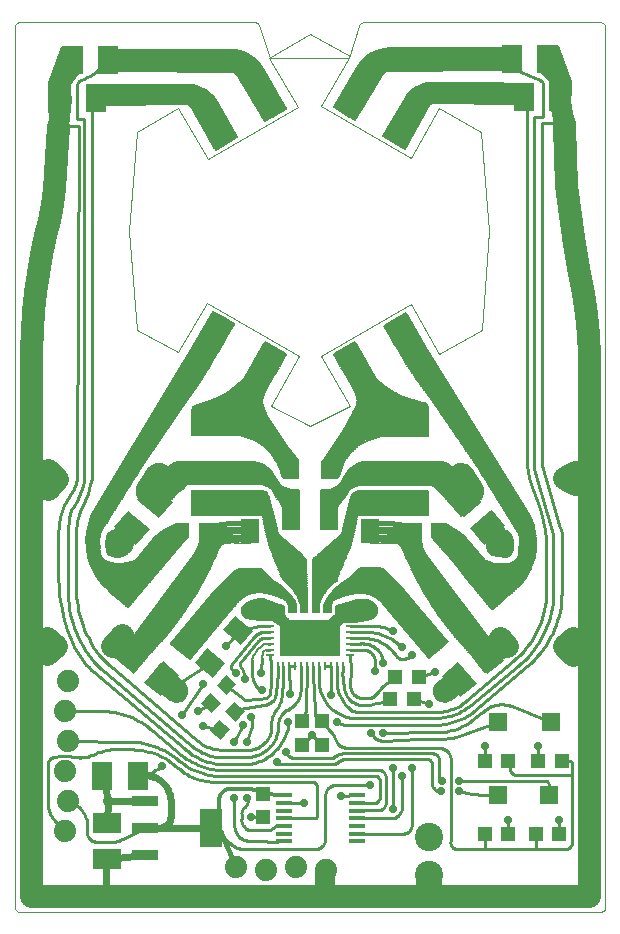
<source format=gtl>
G75*
G70*
%OFA0B0*%
%FSLAX24Y24*%
%IPPOS*%
%LPD*%
%AMOC8*
5,1,8,0,0,1.08239X$1,22.5*
%
%ADD10C,0.0000*%
%ADD11R,0.2028X0.1240*%
%ADD12R,0.0276X0.0098*%
%ADD13R,0.0098X0.0276*%
%ADD14R,0.0472X0.0472*%
%ADD15R,0.0630X0.0787*%
%ADD16R,0.0472X0.0472*%
%ADD17R,0.0571X0.0157*%
%ADD18R,0.2362X0.0866*%
%ADD19R,0.0709X0.0945*%
%ADD20C,0.0004*%
%ADD21R,0.0630X0.0591*%
%ADD22C,0.0740*%
%ADD23R,0.0906X0.0374*%
%ADD24R,0.0748X0.1280*%
%ADD25R,0.0945X0.0709*%
%ADD26C,0.0945*%
%ADD27R,0.0356X0.0356*%
%ADD28C,0.0063*%
%ADD29C,0.0356*%
%ADD30C,0.0100*%
%ADD31C,0.0277*%
%ADD32C,0.0240*%
%ADD33C,0.0079*%
%ADD34C,0.0160*%
%ADD35C,0.0120*%
%ADD36C,0.0500*%
%ADD37C,0.0039*%
%ADD38C,0.0700*%
%ADD39C,0.0760*%
%ADD40C,0.0860*%
%ADD41C,0.0660*%
D10*
X001952Y001385D02*
X001952Y030747D01*
X001954Y030769D01*
X001959Y030791D01*
X001967Y030811D01*
X001979Y030830D01*
X001994Y030847D01*
X002011Y030862D01*
X002030Y030874D01*
X002050Y030882D01*
X002072Y030887D01*
X002094Y030889D01*
X009960Y030889D01*
X009982Y030887D01*
X010004Y030882D01*
X010024Y030874D01*
X010043Y030862D01*
X010060Y030848D01*
X010074Y030831D01*
X010086Y030812D01*
X010095Y030792D01*
X010094Y030792D02*
X010456Y029708D01*
X013093Y029708D01*
X013413Y030773D01*
X013421Y030794D01*
X013432Y030814D01*
X013446Y030833D01*
X013462Y030849D01*
X013481Y030863D01*
X013501Y030873D01*
X013523Y030881D01*
X013545Y030886D01*
X013568Y030888D01*
X013568Y030889D02*
X021474Y030889D01*
X021474Y030888D02*
X021497Y030886D01*
X021520Y030881D01*
X021541Y030873D01*
X021562Y030862D01*
X021580Y030848D01*
X021596Y030832D01*
X021610Y030814D01*
X021621Y030793D01*
X021629Y030772D01*
X021634Y030749D01*
X021636Y030726D01*
X021637Y030726D02*
X021637Y001405D01*
X021636Y001405D02*
X021634Y001382D01*
X021629Y001359D01*
X021621Y001338D01*
X021610Y001317D01*
X021596Y001299D01*
X021580Y001283D01*
X021562Y001269D01*
X021541Y001258D01*
X021520Y001250D01*
X021497Y001245D01*
X021474Y001243D01*
X002094Y001243D01*
X002072Y001245D01*
X002050Y001250D01*
X002030Y001258D01*
X002011Y001270D01*
X001994Y001285D01*
X001979Y001302D01*
X001967Y001321D01*
X001959Y001341D01*
X001954Y001363D01*
X001952Y001385D01*
D11*
X011794Y010377D03*
D12*
X010456Y010377D03*
X010456Y010574D03*
X010456Y010771D03*
X010456Y010967D03*
X010456Y010180D03*
X010456Y009983D03*
X010456Y009786D03*
X013133Y009786D03*
X013133Y009983D03*
X013133Y010180D03*
X013133Y010377D03*
X013133Y010574D03*
X013133Y010771D03*
X013133Y010967D03*
D13*
X012877Y011322D03*
X012680Y011322D03*
X012483Y011322D03*
X012286Y011322D03*
X012089Y011322D03*
X011893Y011322D03*
X011696Y011322D03*
X011499Y011322D03*
X011302Y011322D03*
X011105Y011322D03*
X010908Y011322D03*
X010711Y011322D03*
X010711Y009432D03*
X010908Y009432D03*
X011105Y009432D03*
X011302Y009432D03*
X011499Y009432D03*
X011696Y009432D03*
X011893Y009432D03*
X012089Y009432D03*
X012286Y009432D03*
X012483Y009432D03*
X012680Y009432D03*
X012877Y009432D03*
D14*
X012192Y007605D03*
X011530Y007601D03*
X011530Y006814D03*
X012192Y006818D03*
X010219Y005180D03*
X010219Y004393D03*
X014462Y008320D03*
X014632Y009063D03*
X015249Y008320D03*
X015420Y009063D03*
X017621Y006282D03*
X018408Y006282D03*
X019393Y006282D03*
X020180Y006282D03*
X020101Y003841D03*
X019314Y003841D03*
X018408Y003841D03*
X017621Y003841D03*
X016046Y013960D03*
X015259Y013960D03*
X012385Y015101D03*
X012385Y015889D03*
X011203Y015888D03*
X011203Y015101D03*
X008330Y013960D03*
X007542Y013960D03*
D15*
X009785Y013920D03*
X009785Y012306D03*
G36*
X008881Y010627D02*
X009286Y011109D01*
X009887Y010605D01*
X009482Y010123D01*
X008881Y010627D01*
G37*
G36*
X007970Y009541D02*
X008375Y010023D01*
X008976Y009519D01*
X008571Y009037D01*
X007970Y009541D01*
G37*
X011165Y012739D03*
X011165Y014353D03*
X012424Y014353D03*
X012424Y012739D03*
X013802Y012306D03*
X013802Y013920D03*
D16*
G36*
X009621Y007943D02*
X009318Y007582D01*
X008957Y007885D01*
X009260Y008246D01*
X009621Y007943D01*
G37*
G36*
X008677Y008762D02*
X008980Y009123D01*
X009341Y008820D01*
X009038Y008459D01*
X008677Y008762D01*
G37*
G36*
X008171Y008159D02*
X008474Y008520D01*
X008835Y008217D01*
X008532Y007856D01*
X008171Y008159D01*
G37*
G36*
X009115Y007340D02*
X008812Y006979D01*
X008451Y007282D01*
X008754Y007643D01*
X009115Y007340D01*
G37*
D17*
X010928Y005121D03*
X010928Y004865D03*
X010928Y004609D03*
X010928Y004353D03*
X010928Y004097D03*
X010928Y003841D03*
X010928Y003586D03*
X013369Y003586D03*
X013369Y003841D03*
X013369Y004097D03*
X013369Y004353D03*
X013369Y004609D03*
X013369Y004865D03*
X013369Y005121D03*
D18*
G36*
X014907Y012037D02*
X016424Y010228D01*
X015761Y009671D01*
X014244Y011480D01*
X014907Y012037D01*
G37*
X014550Y014865D03*
X014550Y017542D03*
G36*
X016958Y013758D02*
X018475Y011949D01*
X017812Y011392D01*
X016295Y013201D01*
X016958Y013758D01*
G37*
X008999Y014866D03*
X008999Y017543D03*
G36*
X005073Y011911D02*
X006590Y013720D01*
X007253Y013163D01*
X005736Y011354D01*
X005073Y011911D01*
G37*
G36*
X007124Y010190D02*
X008641Y011999D01*
X009304Y011442D01*
X007787Y009633D01*
X007124Y010190D01*
G37*
D19*
G36*
X006878Y009600D02*
X007420Y009145D01*
X006814Y008422D01*
X006272Y008877D01*
X006878Y009600D01*
G37*
G36*
X005974Y010359D02*
X006516Y009904D01*
X005910Y009181D01*
X005368Y009636D01*
X005974Y010359D01*
G37*
G36*
X006453Y014009D02*
X005998Y013467D01*
X005275Y014073D01*
X005730Y014615D01*
X006453Y014009D01*
G37*
G36*
X007212Y014914D02*
X006757Y014372D01*
X006034Y014978D01*
X006489Y015520D01*
X007212Y014914D01*
G37*
X006046Y005771D03*
X004865Y005771D03*
G36*
X017344Y008850D02*
X016802Y008395D01*
X016196Y009118D01*
X016738Y009573D01*
X017344Y008850D01*
G37*
G36*
X018249Y009609D02*
X017707Y009154D01*
X017101Y009877D01*
X017643Y010332D01*
X018249Y009609D01*
G37*
G36*
X017845Y014628D02*
X018300Y014086D01*
X017577Y013480D01*
X017122Y014022D01*
X017845Y014628D01*
G37*
G36*
X017086Y015533D02*
X017541Y014991D01*
X016818Y014385D01*
X016363Y014927D01*
X017086Y015533D01*
G37*
X018920Y028408D03*
X018527Y029668D03*
X019708Y029668D03*
X020101Y028408D03*
X005061Y029627D03*
X004669Y028370D03*
X003880Y029627D03*
X003488Y028370D03*
D20*
X006030Y027235D02*
X005755Y023928D01*
X006030Y020621D01*
X007408Y019912D01*
X008353Y021526D01*
X011424Y019755D01*
X010479Y018101D01*
X011778Y017432D01*
X013117Y018101D01*
X012172Y019755D01*
X015164Y021487D01*
X016109Y019834D01*
X017526Y020621D01*
X017763Y023928D01*
X017487Y027235D01*
X016109Y028023D01*
X015164Y026369D01*
X012172Y028101D01*
X013117Y029755D01*
X011778Y030503D01*
X010440Y029715D01*
X011385Y028062D01*
X008393Y026330D01*
X007408Y028023D01*
X006030Y027235D01*
D21*
X018054Y007582D03*
X018054Y005141D03*
X019747Y005141D03*
X019826Y007582D03*
D22*
X012314Y002650D03*
X011314Y002750D03*
X010314Y002650D03*
X009314Y002750D03*
X003634Y003920D03*
X003734Y004920D03*
X003634Y005920D03*
X003734Y006920D03*
X003634Y007920D03*
X003734Y008920D03*
D23*
X006282Y004944D03*
X006282Y004038D03*
X006282Y003133D03*
D24*
X008487Y004038D03*
D25*
X005023Y004196D03*
X005023Y003015D03*
D26*
X015771Y002463D03*
X015771Y003723D03*
D27*
X012566Y010011D03*
X012172Y010011D03*
X012211Y010404D03*
X011818Y010404D03*
X011778Y010011D03*
X011385Y010011D03*
X010991Y010011D03*
X011030Y010404D03*
X011424Y010404D03*
X011385Y010798D03*
X011778Y010798D03*
X012172Y010798D03*
X012566Y010798D03*
X012605Y010404D03*
X012841Y011192D03*
X013274Y011310D03*
X013708Y011389D03*
X010991Y010798D03*
X010755Y011192D03*
X010322Y011310D03*
X009889Y011389D03*
D28*
X009770Y011574D02*
X010511Y011574D01*
X010680Y011512D02*
X009674Y011512D01*
X009629Y011479D02*
X009730Y011554D01*
X009843Y011611D01*
X009963Y011648D01*
X010088Y011665D01*
X010214Y011661D01*
X010337Y011637D01*
X010771Y011479D01*
X010920Y011424D01*
X010896Y011335D01*
X010858Y011250D01*
X010806Y011173D01*
X010743Y011105D01*
X010670Y011049D01*
X010589Y011004D01*
X010502Y010973D01*
X010410Y010957D01*
X010318Y010956D01*
X010098Y010960D01*
X009881Y010990D01*
X009668Y011046D01*
X009624Y011074D01*
X009586Y011109D01*
X009556Y011152D01*
X009536Y011200D01*
X009526Y011252D01*
X009527Y011304D01*
X009538Y011355D01*
X009559Y011402D01*
X009590Y011444D01*
X009629Y011479D01*
X009597Y011451D02*
X010848Y011451D01*
X010920Y011424D02*
X010920Y011183D01*
X010924Y011151D01*
X010934Y011120D01*
X010951Y011092D01*
X010974Y011068D01*
X011109Y010956D01*
X010991Y010995D01*
X010991Y010798D01*
X010794Y010798D01*
X010609Y010944D01*
X010601Y010950D01*
X010591Y010954D01*
X010581Y010956D01*
X010318Y010956D01*
X010318Y011034D01*
X010664Y011463D01*
X010920Y011424D01*
X010920Y011389D02*
X010604Y011389D01*
X010555Y011328D02*
X010920Y011328D01*
X010893Y011328D02*
X009532Y011328D01*
X009526Y011266D02*
X010865Y011266D01*
X010920Y011266D02*
X010505Y011266D01*
X010455Y011205D02*
X010920Y011205D01*
X010926Y011143D02*
X010406Y011143D01*
X010356Y011082D02*
X010961Y011082D01*
X011032Y011020D02*
X010318Y011020D01*
X010318Y010959D02*
X010991Y010959D01*
X010991Y010897D02*
X010668Y010897D01*
X010746Y010836D02*
X010991Y010836D01*
X011100Y010959D02*
X011105Y010959D01*
X011093Y011223D02*
X011093Y011456D01*
X011076Y011510D01*
X011051Y011560D01*
X011017Y011606D01*
X010975Y011645D01*
X010928Y011676D01*
X010586Y011800D01*
X010234Y011888D01*
X009874Y011939D01*
X009511Y011952D01*
X009511Y012660D01*
X010101Y012660D01*
X010143Y012655D01*
X010183Y012640D01*
X010219Y012617D01*
X010389Y012438D01*
X010576Y012277D01*
X010778Y012137D01*
X010968Y011977D01*
X011136Y011793D01*
X011278Y011589D01*
X011295Y011563D01*
X011307Y011534D01*
X011314Y011503D01*
X011314Y011223D01*
X011093Y011223D01*
X011093Y011266D02*
X011314Y011266D01*
X011314Y011328D02*
X011093Y011328D01*
X011093Y011389D02*
X011314Y011389D01*
X011314Y011451D02*
X011093Y011451D01*
X011075Y011512D02*
X011312Y011512D01*
X011289Y011574D02*
X011041Y011574D01*
X010985Y011635D02*
X011246Y011635D01*
X011203Y011697D02*
X010871Y011697D01*
X010702Y011758D02*
X011160Y011758D01*
X011112Y011820D02*
X010509Y011820D01*
X010342Y011635D02*
X009922Y011635D01*
X009901Y011881D02*
X008591Y011881D01*
X008539Y011820D02*
X009733Y011820D01*
X009758Y011832D02*
X009617Y011761D01*
X009488Y011671D01*
X009373Y011563D01*
X009274Y011440D01*
X007778Y009668D01*
X007149Y010180D01*
X008684Y011991D01*
X009314Y012621D01*
X009350Y012642D01*
X009389Y012656D01*
X009430Y012662D01*
X009471Y012660D01*
X010062Y012660D01*
X010062Y011912D01*
X009907Y011883D01*
X009758Y011832D01*
X009765Y011943D02*
X010999Y011943D01*
X011056Y011881D02*
X010262Y011881D01*
X010062Y011943D02*
X008643Y011943D01*
X008697Y012004D02*
X010062Y012004D01*
X010062Y012066D02*
X008759Y012066D01*
X008820Y012127D02*
X010062Y012127D01*
X010062Y012189D02*
X008882Y012189D01*
X008943Y012250D02*
X010062Y012250D01*
X010062Y012312D02*
X009005Y012312D01*
X009066Y012373D02*
X010062Y012373D01*
X010062Y012435D02*
X009128Y012435D01*
X009189Y012496D02*
X010062Y012496D01*
X010062Y012558D02*
X009251Y012558D01*
X009312Y012619D02*
X010062Y012619D01*
X010216Y012619D02*
X009511Y012619D01*
X009511Y012558D02*
X010276Y012558D01*
X010334Y012496D02*
X009511Y012496D01*
X009511Y012435D02*
X010393Y012435D01*
X010465Y012373D02*
X009511Y012373D01*
X009511Y012312D02*
X010536Y012312D01*
X010615Y012250D02*
X009511Y012250D01*
X009511Y012189D02*
X010704Y012189D01*
X010790Y012127D02*
X009511Y012127D01*
X009511Y012066D02*
X010863Y012066D01*
X010936Y012004D02*
X009511Y012004D01*
X009613Y011758D02*
X008487Y011758D01*
X008434Y011697D02*
X009525Y011697D01*
X009450Y011635D02*
X008382Y011635D01*
X008330Y011574D02*
X009385Y011574D01*
X009333Y011512D02*
X008278Y011512D01*
X008226Y011451D02*
X009283Y011451D01*
X009232Y011389D02*
X008174Y011389D01*
X008122Y011328D02*
X009180Y011328D01*
X009128Y011266D02*
X008069Y011266D01*
X008017Y011205D02*
X009076Y011205D01*
X009024Y011143D02*
X007965Y011143D01*
X007913Y011082D02*
X008972Y011082D01*
X008920Y011020D02*
X007861Y011020D01*
X007809Y010959D02*
X008868Y010959D01*
X008816Y010897D02*
X007757Y010897D01*
X007705Y010836D02*
X008764Y010836D01*
X008712Y010774D02*
X007652Y010774D01*
X007600Y010713D02*
X008661Y010713D01*
X008609Y010651D02*
X007548Y010651D01*
X007496Y010590D02*
X008557Y010590D01*
X008505Y010528D02*
X007444Y010528D01*
X007392Y010467D02*
X008453Y010467D01*
X008401Y010405D02*
X007340Y010405D01*
X007287Y010344D02*
X008349Y010344D01*
X008297Y010282D02*
X007235Y010282D01*
X007183Y010221D02*
X008245Y010221D01*
X008193Y010159D02*
X007174Y010159D01*
X007250Y010098D02*
X008141Y010098D01*
X008089Y010036D02*
X007325Y010036D01*
X007401Y009975D02*
X008037Y009975D01*
X007986Y009913D02*
X007477Y009913D01*
X007552Y009852D02*
X007934Y009852D01*
X007882Y009790D02*
X007628Y009790D01*
X007704Y009729D02*
X007830Y009729D01*
X007305Y009114D02*
X006516Y009114D01*
X006467Y009053D02*
X007378Y009053D01*
X007451Y008991D02*
X006418Y008991D01*
X006369Y008930D02*
X007524Y008930D01*
X007582Y008881D02*
X007631Y008829D01*
X007670Y008769D01*
X007696Y008703D01*
X007709Y008633D01*
X007707Y008561D01*
X006817Y008561D01*
X006894Y008499D02*
X007694Y008499D01*
X007692Y008492D02*
X007663Y008426D01*
X007622Y008368D01*
X007571Y008318D01*
X007511Y008280D01*
X007444Y008254D01*
X007374Y008242D01*
X007302Y008244D01*
X007233Y008259D01*
X007167Y008288D01*
X007109Y008330D01*
X006361Y008920D01*
X006834Y009511D01*
X007582Y008881D01*
X007594Y008868D02*
X006427Y008868D01*
X006505Y008807D02*
X007646Y008807D01*
X007679Y008745D02*
X006583Y008745D01*
X006661Y008684D02*
X007700Y008684D01*
X007708Y008622D02*
X006739Y008622D01*
X006972Y008438D02*
X007668Y008438D01*
X007692Y008492D02*
X007707Y008561D01*
X007628Y008376D02*
X007050Y008376D01*
X007130Y008315D02*
X007565Y008315D01*
X007438Y008253D02*
X007260Y008253D01*
X007232Y009176D02*
X006565Y009176D01*
X006615Y009237D02*
X007159Y009237D01*
X007086Y009298D02*
X006664Y009298D01*
X006713Y009360D02*
X007013Y009360D01*
X006940Y009421D02*
X006762Y009421D01*
X006811Y009483D02*
X006866Y009483D01*
X006460Y009852D02*
X005427Y009852D01*
X005375Y009790D02*
X006404Y009790D01*
X006400Y009786D02*
X005928Y009235D01*
X005337Y009747D01*
X005810Y010298D01*
X007818Y013015D01*
X007922Y013134D01*
X008007Y013268D01*
X008071Y013413D01*
X008114Y013566D01*
X008133Y013723D01*
X008133Y014156D01*
X008920Y014156D01*
X009393Y013566D01*
X008920Y013526D01*
X008881Y013517D01*
X008846Y013500D01*
X008815Y013475D01*
X008790Y013443D01*
X008772Y013408D01*
X008763Y013369D01*
X008403Y012584D01*
X007985Y011829D01*
X007509Y011108D01*
X006980Y010426D01*
X006400Y009786D01*
X006351Y009729D02*
X005358Y009729D01*
X005429Y009667D02*
X006299Y009667D01*
X006246Y009606D02*
X005500Y009606D01*
X005571Y009544D02*
X006193Y009544D01*
X006140Y009483D02*
X005642Y009483D01*
X005713Y009421D02*
X006088Y009421D01*
X006035Y009360D02*
X005784Y009360D01*
X005855Y009298D02*
X005982Y009298D01*
X005930Y009237D02*
X005926Y009237D01*
X005480Y009913D02*
X006516Y009913D01*
X006571Y009975D02*
X005533Y009975D01*
X005586Y010036D02*
X006627Y010036D01*
X006683Y010098D02*
X005638Y010098D01*
X005691Y010159D02*
X006739Y010159D01*
X006794Y010221D02*
X005744Y010221D01*
X005796Y010282D02*
X006850Y010282D01*
X006906Y010344D02*
X005844Y010344D01*
X005889Y010405D02*
X006962Y010405D01*
X007012Y010467D02*
X005935Y010467D01*
X005980Y010528D02*
X007060Y010528D01*
X007107Y010590D02*
X006026Y010590D01*
X006071Y010651D02*
X007155Y010651D01*
X007203Y010713D02*
X006116Y010713D01*
X006162Y010774D02*
X007250Y010774D01*
X007298Y010836D02*
X006207Y010836D01*
X006253Y010897D02*
X007346Y010897D01*
X007393Y010959D02*
X006298Y010959D01*
X006344Y011020D02*
X007441Y011020D01*
X007489Y011082D02*
X006389Y011082D01*
X006435Y011143D02*
X007532Y011143D01*
X007573Y011205D02*
X006480Y011205D01*
X006526Y011266D02*
X007614Y011266D01*
X007654Y011328D02*
X006571Y011328D01*
X006616Y011389D02*
X007695Y011389D01*
X007735Y011451D02*
X006662Y011451D01*
X006707Y011512D02*
X007776Y011512D01*
X007816Y011574D02*
X006753Y011574D01*
X006798Y011635D02*
X007857Y011635D01*
X007897Y011697D02*
X006844Y011697D01*
X006889Y011758D02*
X007938Y011758D01*
X007978Y011820D02*
X006935Y011820D01*
X006980Y011881D02*
X008013Y011881D01*
X008048Y011943D02*
X007025Y011943D01*
X007071Y012004D02*
X008082Y012004D01*
X008116Y012066D02*
X007116Y012066D01*
X007162Y012127D02*
X008150Y012127D01*
X008184Y012189D02*
X007207Y012189D01*
X007253Y012250D02*
X008218Y012250D01*
X008252Y012312D02*
X007298Y012312D01*
X007344Y012373D02*
X008286Y012373D01*
X008320Y012435D02*
X007389Y012435D01*
X007435Y012496D02*
X008354Y012496D01*
X008388Y012558D02*
X007480Y012558D01*
X007525Y012619D02*
X008419Y012619D01*
X008447Y012681D02*
X007571Y012681D01*
X007616Y012742D02*
X008476Y012742D01*
X008504Y012804D02*
X007662Y012804D01*
X007707Y012865D02*
X008532Y012865D01*
X008560Y012927D02*
X007753Y012927D01*
X007798Y012988D02*
X008588Y012988D01*
X008616Y013050D02*
X007848Y013050D01*
X007901Y013111D02*
X008645Y013111D01*
X008673Y013173D02*
X007946Y013173D01*
X007985Y013234D02*
X008701Y013234D01*
X008729Y013295D02*
X008019Y013295D01*
X008046Y013357D02*
X008757Y013357D01*
X008777Y013418D02*
X008073Y013418D01*
X008090Y013480D02*
X008821Y013480D01*
X009100Y013541D02*
X008107Y013541D01*
X008118Y013603D02*
X009363Y013603D01*
X009314Y013664D02*
X008126Y013664D01*
X008133Y013726D02*
X009265Y013726D01*
X009215Y013787D02*
X008133Y013787D01*
X008133Y013849D02*
X009166Y013849D01*
X009117Y013910D02*
X008133Y013910D01*
X008133Y013972D02*
X009068Y013972D01*
X009019Y014033D02*
X008133Y014033D01*
X008133Y014095D02*
X008969Y014095D01*
X007857Y014471D02*
X007857Y015259D01*
X010180Y015259D01*
X010226Y015254D01*
X010270Y015241D01*
X010311Y015219D01*
X010347Y015190D01*
X010376Y015154D01*
X010398Y015113D01*
X010412Y015069D01*
X010416Y015023D01*
X010692Y013988D01*
X010704Y013925D01*
X010728Y013866D01*
X010763Y013813D01*
X010809Y013768D01*
X011479Y013172D01*
X011558Y013054D01*
X010849Y012385D01*
X010456Y013408D01*
X010313Y013934D01*
X010219Y014471D01*
X007857Y014471D01*
X007857Y014525D02*
X010549Y014525D01*
X010565Y014464D02*
X010221Y014464D01*
X010231Y014402D02*
X010581Y014402D01*
X010598Y014341D02*
X010242Y014341D01*
X010253Y014279D02*
X010614Y014279D01*
X010631Y014218D02*
X010264Y014218D01*
X010274Y014156D02*
X010647Y014156D01*
X010663Y014095D02*
X010285Y014095D01*
X010296Y014033D02*
X010680Y014033D01*
X010695Y013972D02*
X010307Y013972D01*
X010320Y013910D02*
X010709Y013910D01*
X010739Y013849D02*
X010336Y013849D01*
X010353Y013787D02*
X010789Y013787D01*
X010856Y013726D02*
X010370Y013726D01*
X010386Y013664D02*
X010925Y013664D01*
X010994Y013603D02*
X010403Y013603D01*
X010420Y013541D02*
X011064Y013541D01*
X011133Y013480D02*
X010436Y013480D01*
X010453Y013418D02*
X011202Y013418D01*
X011271Y013357D02*
X010475Y013357D01*
X010499Y013295D02*
X011340Y013295D01*
X011410Y013234D02*
X010523Y013234D01*
X010546Y013173D02*
X011479Y013173D01*
X011520Y013111D02*
X010570Y013111D01*
X010594Y013050D02*
X011553Y013050D01*
X011576Y013069D02*
X011610Y013043D01*
X011638Y013011D01*
X011657Y012973D01*
X011668Y012931D01*
X011668Y012889D01*
X011708Y011223D01*
X011487Y011223D01*
X011487Y011460D01*
X011484Y011506D01*
X011471Y011550D01*
X011392Y011733D01*
X011292Y011906D01*
X011174Y012067D01*
X011039Y012214D01*
X010889Y012345D01*
X010889Y013093D01*
X011495Y013093D01*
X011537Y013086D01*
X011576Y013069D01*
X011602Y013050D02*
X010889Y013050D01*
X010889Y012988D02*
X011650Y012988D01*
X011668Y012927D02*
X010889Y012927D01*
X010889Y012865D02*
X011669Y012865D01*
X011670Y012804D02*
X010889Y012804D01*
X010889Y012742D02*
X011672Y012742D01*
X011673Y012681D02*
X010889Y012681D01*
X010889Y012619D02*
X011675Y012619D01*
X011676Y012558D02*
X010889Y012558D01*
X010889Y012496D02*
X011677Y012496D01*
X011679Y012435D02*
X010889Y012435D01*
X010902Y012435D02*
X010830Y012435D01*
X010806Y012496D02*
X010967Y012496D01*
X011032Y012558D02*
X010783Y012558D01*
X010759Y012619D02*
X011097Y012619D01*
X011163Y012681D02*
X010736Y012681D01*
X010712Y012742D02*
X011228Y012742D01*
X011293Y012804D02*
X010688Y012804D01*
X010665Y012865D02*
X011358Y012865D01*
X011423Y012927D02*
X010641Y012927D01*
X010617Y012988D02*
X011488Y012988D01*
X011680Y012373D02*
X010889Y012373D01*
X010927Y012312D02*
X011682Y012312D01*
X011683Y012250D02*
X010998Y012250D01*
X011063Y012189D02*
X011685Y012189D01*
X011686Y012127D02*
X011120Y012127D01*
X011176Y012066D02*
X011688Y012066D01*
X011689Y012004D02*
X011221Y012004D01*
X011266Y011943D02*
X011691Y011943D01*
X011692Y011881D02*
X011307Y011881D01*
X011342Y011820D02*
X011693Y011820D01*
X011695Y011758D02*
X011378Y011758D01*
X011408Y011697D02*
X011696Y011697D01*
X011698Y011635D02*
X011434Y011635D01*
X011461Y011574D02*
X011699Y011574D01*
X011701Y011512D02*
X011482Y011512D01*
X011487Y011451D02*
X011702Y011451D01*
X011704Y011389D02*
X011487Y011389D01*
X011487Y011328D02*
X011705Y011328D01*
X011707Y011266D02*
X011487Y011266D01*
X011881Y011266D02*
X012101Y011266D01*
X012101Y011223D02*
X011881Y011223D01*
X011881Y012889D01*
X011886Y012935D01*
X011902Y012980D01*
X011928Y013019D01*
X011961Y013052D01*
X012002Y013076D01*
X012047Y013090D01*
X012093Y013093D01*
X012700Y013093D01*
X012700Y012345D01*
X012697Y012323D01*
X012689Y012301D01*
X012677Y012282D01*
X012660Y012267D01*
X012490Y012127D01*
X011881Y012127D01*
X011881Y012066D02*
X012433Y012066D01*
X012376Y012004D02*
X011881Y012004D01*
X011881Y011943D02*
X012325Y011943D01*
X012341Y011966D02*
X012216Y011786D01*
X012117Y011589D01*
X012103Y011525D01*
X012101Y011460D01*
X012101Y011223D01*
X012101Y011328D02*
X011881Y011328D01*
X011881Y011389D02*
X012101Y011389D01*
X012101Y011451D02*
X011881Y011451D01*
X011881Y011512D02*
X012102Y011512D01*
X012113Y011574D02*
X011881Y011574D01*
X011881Y011635D02*
X012140Y011635D01*
X012171Y011697D02*
X011881Y011697D01*
X011881Y011758D02*
X012202Y011758D01*
X012240Y011820D02*
X011881Y011820D01*
X011881Y011881D02*
X012282Y011881D01*
X012341Y011966D02*
X012490Y012127D01*
X012565Y012189D02*
X011881Y012189D01*
X011881Y012250D02*
X012640Y012250D01*
X012693Y012312D02*
X011881Y012312D01*
X011881Y012373D02*
X012700Y012373D01*
X012700Y012385D02*
X012030Y013054D01*
X012030Y013093D01*
X012779Y013768D01*
X012825Y013813D01*
X012861Y013866D01*
X012885Y013925D01*
X012897Y013988D01*
X013172Y015062D01*
X013180Y015104D01*
X013196Y015143D01*
X013220Y015179D01*
X013249Y015209D01*
X013285Y015233D01*
X013324Y015250D01*
X013366Y015258D01*
X013408Y015259D01*
X015731Y015259D01*
X015731Y014471D01*
X013369Y014471D01*
X013275Y013934D01*
X013133Y013408D01*
X012700Y012385D01*
X012700Y012435D02*
X011881Y012435D01*
X011881Y012496D02*
X012700Y012496D01*
X012747Y012496D02*
X012588Y012496D01*
X012527Y012558D02*
X012773Y012558D01*
X012799Y012619D02*
X012465Y012619D01*
X012404Y012681D02*
X012825Y012681D01*
X012851Y012742D02*
X012342Y012742D01*
X012281Y012804D02*
X012877Y012804D01*
X012903Y012865D02*
X012219Y012865D01*
X012158Y012927D02*
X012929Y012927D01*
X012955Y012988D02*
X012096Y012988D01*
X012035Y013050D02*
X012981Y013050D01*
X013007Y013111D02*
X012050Y013111D01*
X012118Y013173D02*
X013033Y013173D01*
X013059Y013234D02*
X012187Y013234D01*
X012255Y013295D02*
X013085Y013295D01*
X013111Y013357D02*
X012323Y013357D01*
X012391Y013418D02*
X013136Y013418D01*
X013152Y013480D02*
X012460Y013480D01*
X012528Y013541D02*
X013169Y013541D01*
X013185Y013603D02*
X012596Y013603D01*
X012665Y013664D02*
X013202Y013664D01*
X013219Y013726D02*
X012733Y013726D01*
X012799Y013787D02*
X013235Y013787D01*
X013252Y013849D02*
X012849Y013849D01*
X012879Y013910D02*
X013269Y013910D01*
X013282Y013972D02*
X012894Y013972D01*
X012908Y014033D02*
X013293Y014033D01*
X013303Y014095D02*
X012924Y014095D01*
X012940Y014156D02*
X013314Y014156D01*
X013325Y014218D02*
X012956Y014218D01*
X012971Y014279D02*
X013335Y014279D01*
X013346Y014341D02*
X012987Y014341D01*
X013003Y014402D02*
X013357Y014402D01*
X013368Y014464D02*
X013019Y014464D01*
X013034Y014525D02*
X015731Y014525D01*
X015731Y014587D02*
X013050Y014587D01*
X013066Y014648D02*
X015731Y014648D01*
X015731Y014710D02*
X013082Y014710D01*
X013098Y014771D02*
X015731Y014771D01*
X015731Y014833D02*
X013113Y014833D01*
X013129Y014894D02*
X015731Y014894D01*
X015731Y014956D02*
X013145Y014956D01*
X013161Y015017D02*
X015731Y015017D01*
X015731Y015079D02*
X013175Y015079D01*
X013195Y015140D02*
X015731Y015140D01*
X015731Y015202D02*
X013242Y015202D01*
X013117Y015325D02*
X012518Y015325D01*
X012540Y015330D02*
X012630Y015369D01*
X012713Y015423D01*
X012787Y015489D01*
X012848Y015566D01*
X012897Y015652D01*
X012952Y015769D01*
X013023Y015878D01*
X013108Y015975D01*
X013206Y016060D01*
X013315Y016130D01*
X013432Y016185D01*
X013556Y016223D01*
X013684Y016243D01*
X016125Y016243D01*
X016210Y016236D01*
X016293Y016215D01*
X016372Y016180D01*
X016443Y016133D01*
X016506Y016075D01*
X016558Y016007D01*
X016952Y015534D01*
X017463Y014904D01*
X016912Y014432D01*
X016322Y015023D01*
X016175Y015209D01*
X016007Y015377D01*
X015973Y015411D01*
X015933Y015437D01*
X015889Y015456D01*
X013408Y015456D01*
X013325Y015442D01*
X013246Y015414D01*
X013173Y015372D01*
X013109Y015318D01*
X013056Y015253D01*
X013015Y015180D01*
X012865Y014957D01*
X012700Y014747D01*
X012700Y013999D01*
X012149Y013999D01*
X012149Y015298D01*
X012345Y015298D01*
X012444Y015306D01*
X012540Y015330D01*
X012657Y015386D02*
X013198Y015386D01*
X013360Y015448D02*
X012741Y015448D01*
X012803Y015509D02*
X016972Y015509D01*
X017022Y015448D02*
X015907Y015448D01*
X015997Y015386D02*
X017072Y015386D01*
X017122Y015325D02*
X016059Y015325D01*
X016121Y015263D02*
X017172Y015263D01*
X017222Y015202D02*
X016181Y015202D01*
X016229Y015140D02*
X017272Y015140D01*
X017322Y015079D02*
X016278Y015079D01*
X016327Y015017D02*
X017372Y015017D01*
X017422Y014956D02*
X016388Y014956D01*
X016450Y014894D02*
X017452Y014894D01*
X017435Y014956D02*
X016498Y014956D01*
X016479Y014983D02*
X016408Y015077D01*
X016353Y015180D01*
X016313Y015290D01*
X016291Y015405D01*
X016286Y015523D01*
X016300Y015639D01*
X016330Y015752D01*
X016378Y015859D01*
X016441Y015958D01*
X016519Y016046D01*
X016579Y016094D01*
X016646Y016131D01*
X016719Y016155D01*
X016795Y016166D01*
X016872Y016164D01*
X016947Y016148D01*
X017018Y016120D01*
X017083Y016079D01*
X017141Y016028D01*
X017188Y015967D01*
X017503Y015495D01*
X017533Y015420D01*
X017551Y015341D01*
X017555Y015260D01*
X017546Y015179D01*
X017523Y015101D01*
X017488Y015028D01*
X017442Y014962D01*
X017385Y014904D01*
X016834Y014432D01*
X016664Y014713D01*
X016479Y014983D01*
X016453Y015017D02*
X017480Y015017D01*
X017512Y015079D02*
X016407Y015079D01*
X016374Y015140D02*
X017534Y015140D01*
X017548Y015202D02*
X016345Y015202D01*
X016323Y015263D02*
X017555Y015263D01*
X017552Y015325D02*
X016307Y015325D01*
X016295Y015386D02*
X017541Y015386D01*
X017522Y015448D02*
X016289Y015448D01*
X016287Y015509D02*
X017493Y015509D01*
X017452Y015571D02*
X016292Y015571D01*
X016299Y015632D02*
X017411Y015632D01*
X017370Y015694D02*
X016314Y015694D01*
X016332Y015755D02*
X017329Y015755D01*
X017288Y015817D02*
X016359Y015817D01*
X016390Y015878D02*
X017247Y015878D01*
X017206Y015940D02*
X016429Y015940D01*
X016479Y016001D02*
X017161Y016001D01*
X017102Y016063D02*
X016539Y016063D01*
X016515Y016063D02*
X013211Y016063D01*
X013138Y016001D02*
X016563Y016001D01*
X016614Y015940D02*
X013077Y015940D01*
X013023Y015878D02*
X016665Y015878D01*
X016716Y015817D02*
X012983Y015817D01*
X012945Y015755D02*
X016768Y015755D01*
X016819Y015694D02*
X012916Y015694D01*
X012885Y015632D02*
X016870Y015632D01*
X016921Y015571D02*
X012851Y015571D01*
X012727Y015743D02*
X012696Y015718D01*
X012660Y015701D01*
X012621Y015692D01*
X012188Y015692D01*
X012188Y016204D01*
X012194Y016233D01*
X012208Y016260D01*
X012227Y016282D01*
X012589Y016785D01*
X012918Y017311D01*
X013211Y017857D01*
X013239Y017897D01*
X013274Y017930D01*
X013315Y017955D01*
X013360Y017970D01*
X013408Y017975D01*
X015731Y017975D01*
X015732Y018019D01*
X015723Y018062D01*
X015706Y018103D01*
X015682Y018140D01*
X015651Y018171D01*
X015614Y018195D01*
X015574Y018211D01*
X015227Y018296D01*
X014892Y018418D01*
X014573Y018578D01*
X014274Y018772D01*
X013999Y018999D01*
X013290Y020219D01*
X012582Y019826D01*
X013290Y018605D01*
X013336Y018508D01*
X013365Y018405D01*
X013377Y018299D01*
X013371Y018192D01*
X013348Y018087D01*
X013307Y017988D01*
X013251Y017897D01*
X014314Y017109D01*
X015731Y017109D01*
X015731Y017975D01*
X015731Y017109D01*
X014393Y017109D01*
X014173Y017094D01*
X013957Y017050D01*
X013749Y016978D01*
X013552Y016879D01*
X013370Y016756D01*
X013206Y016609D01*
X013062Y016442D01*
X012942Y016257D01*
X012847Y016059D01*
X012778Y015849D01*
X012770Y015810D01*
X012752Y015774D01*
X012727Y015743D01*
X012737Y015755D02*
X012188Y015755D01*
X012188Y015694D02*
X012629Y015694D01*
X012771Y015817D02*
X012188Y015817D01*
X012188Y015878D02*
X012788Y015878D01*
X012808Y015940D02*
X012188Y015940D01*
X012188Y016001D02*
X012828Y016001D01*
X012848Y016063D02*
X012188Y016063D01*
X012188Y016124D02*
X012878Y016124D01*
X012907Y016186D02*
X012188Y016186D01*
X012202Y016247D02*
X012937Y016247D01*
X012975Y016309D02*
X012246Y016309D01*
X012290Y016370D02*
X013015Y016370D01*
X013055Y016432D02*
X012335Y016432D01*
X012379Y016493D02*
X013106Y016493D01*
X013159Y016555D02*
X012423Y016555D01*
X012467Y016616D02*
X013214Y016616D01*
X013283Y016678D02*
X012512Y016678D01*
X012556Y016739D02*
X013351Y016739D01*
X013436Y016801D02*
X012599Y016801D01*
X012637Y016862D02*
X013527Y016862D01*
X013640Y016924D02*
X012676Y016924D01*
X012714Y016985D02*
X013769Y016985D01*
X013947Y017047D02*
X012753Y017047D01*
X012791Y017108D02*
X014377Y017108D01*
X014232Y017170D02*
X015731Y017170D01*
X012829Y017170D01*
X012868Y017231D02*
X015731Y017231D01*
X014149Y017231D01*
X014066Y017293D02*
X015731Y017293D01*
X012906Y017293D01*
X012941Y017354D02*
X015731Y017354D01*
X013983Y017354D01*
X013900Y017415D02*
X015731Y017415D01*
X012974Y017415D01*
X013007Y017477D02*
X015731Y017477D01*
X013817Y017477D01*
X013734Y017538D02*
X015731Y017538D01*
X013040Y017538D01*
X013073Y017600D02*
X015731Y017600D01*
X013651Y017600D01*
X013568Y017661D02*
X015731Y017661D01*
X013106Y017661D01*
X013139Y017723D02*
X015731Y017723D01*
X013485Y017723D01*
X013402Y017784D02*
X015731Y017784D01*
X013172Y017784D01*
X013205Y017846D02*
X015731Y017846D01*
X013319Y017846D01*
X013258Y017907D02*
X015731Y017907D01*
X013250Y017907D01*
X013296Y017969D02*
X015731Y017969D01*
X013357Y017969D01*
X013325Y018030D02*
X015729Y018030D01*
X015711Y018092D02*
X013349Y018092D01*
X013363Y018153D02*
X015668Y018153D01*
X015560Y018215D02*
X013373Y018215D01*
X013376Y018276D02*
X015306Y018276D01*
X015111Y018338D02*
X013373Y018338D01*
X013366Y018399D02*
X014943Y018399D01*
X014806Y018461D02*
X013350Y018461D01*
X013330Y018522D02*
X014684Y018522D01*
X014563Y018584D02*
X013300Y018584D01*
X013267Y018645D02*
X014469Y018645D01*
X014374Y018707D02*
X013231Y018707D01*
X013196Y018768D02*
X014280Y018768D01*
X014204Y018830D02*
X013160Y018830D01*
X013124Y018891D02*
X014129Y018891D01*
X014055Y018953D02*
X013088Y018953D01*
X013053Y019014D02*
X013990Y019014D01*
X013954Y019076D02*
X013017Y019076D01*
X012981Y019137D02*
X013919Y019137D01*
X013883Y019199D02*
X012946Y019199D01*
X012910Y019260D02*
X013847Y019260D01*
X013811Y019322D02*
X012874Y019322D01*
X012838Y019383D02*
X013776Y019383D01*
X013740Y019445D02*
X012803Y019445D01*
X012767Y019506D02*
X013704Y019506D01*
X013669Y019568D02*
X012731Y019568D01*
X012696Y019629D02*
X013633Y019629D01*
X013597Y019691D02*
X012660Y019691D01*
X012624Y019752D02*
X013561Y019752D01*
X013526Y019814D02*
X012589Y019814D01*
X012671Y019875D02*
X013490Y019875D01*
X013454Y019937D02*
X012781Y019937D01*
X012892Y019998D02*
X013419Y019998D01*
X013383Y020060D02*
X013003Y020060D01*
X013113Y020121D02*
X013347Y020121D01*
X013312Y020183D02*
X013224Y020183D01*
X014274Y020771D02*
X014983Y021204D01*
X015652Y020023D01*
X019038Y014589D01*
X019159Y014355D01*
X019249Y014106D01*
X019306Y013849D01*
X018758Y013849D01*
X018763Y013841D02*
X017387Y016053D01*
X015928Y018211D01*
X015417Y018887D01*
X014944Y019589D01*
X014274Y020771D01*
X014294Y020736D02*
X015248Y020736D01*
X015283Y020675D02*
X014329Y020675D01*
X014364Y020613D02*
X015318Y020613D01*
X015353Y020552D02*
X014399Y020552D01*
X014433Y020490D02*
X015387Y020490D01*
X015422Y020429D02*
X014468Y020429D01*
X014503Y020367D02*
X015457Y020367D01*
X015492Y020306D02*
X014538Y020306D01*
X014573Y020244D02*
X015527Y020244D01*
X015562Y020183D02*
X014608Y020183D01*
X014642Y020121D02*
X015597Y020121D01*
X015631Y020060D02*
X014677Y020060D01*
X014712Y019998D02*
X015668Y019998D01*
X015706Y019937D02*
X014747Y019937D01*
X014782Y019875D02*
X015744Y019875D01*
X015783Y019814D02*
X014817Y019814D01*
X014852Y019752D02*
X015821Y019752D01*
X015859Y019691D02*
X014886Y019691D01*
X014921Y019629D02*
X015898Y019629D01*
X015936Y019568D02*
X014958Y019568D01*
X015000Y019506D02*
X015974Y019506D01*
X016013Y019445D02*
X015041Y019445D01*
X015082Y019383D02*
X016051Y019383D01*
X016089Y019322D02*
X015124Y019322D01*
X015165Y019260D02*
X016127Y019260D01*
X016166Y019199D02*
X015207Y019199D01*
X015248Y019137D02*
X016204Y019137D01*
X016242Y019076D02*
X015289Y019076D01*
X015331Y019014D02*
X016281Y019014D01*
X016319Y018953D02*
X015372Y018953D01*
X015413Y018891D02*
X016357Y018891D01*
X016396Y018830D02*
X015460Y018830D01*
X015506Y018768D02*
X016434Y018768D01*
X016472Y018707D02*
X015553Y018707D01*
X015599Y018645D02*
X016511Y018645D01*
X016549Y018584D02*
X015646Y018584D01*
X015693Y018522D02*
X016587Y018522D01*
X016626Y018461D02*
X015739Y018461D01*
X015786Y018399D02*
X016664Y018399D01*
X016702Y018338D02*
X015832Y018338D01*
X015879Y018276D02*
X016741Y018276D01*
X016779Y018215D02*
X015925Y018215D01*
X015967Y018153D02*
X016817Y018153D01*
X016856Y018092D02*
X016009Y018092D01*
X016050Y018030D02*
X016894Y018030D01*
X016932Y017969D02*
X016092Y017969D01*
X016134Y017907D02*
X016971Y017907D01*
X017009Y017846D02*
X016175Y017846D01*
X016217Y017784D02*
X017047Y017784D01*
X017086Y017723D02*
X016258Y017723D01*
X016300Y017661D02*
X017124Y017661D01*
X017162Y017600D02*
X016341Y017600D01*
X016383Y017538D02*
X017200Y017538D01*
X017239Y017477D02*
X016425Y017477D01*
X016466Y017415D02*
X017277Y017415D01*
X017315Y017354D02*
X016508Y017354D01*
X016549Y017293D02*
X017354Y017293D01*
X017392Y017231D02*
X016591Y017231D01*
X016632Y017170D02*
X017430Y017170D01*
X017469Y017108D02*
X016674Y017108D01*
X016716Y017047D02*
X017507Y017047D01*
X017545Y016985D02*
X016757Y016985D01*
X016799Y016924D02*
X017584Y016924D01*
X017622Y016862D02*
X016840Y016862D01*
X016882Y016801D02*
X017660Y016801D01*
X017699Y016739D02*
X016923Y016739D01*
X016965Y016678D02*
X017737Y016678D01*
X017775Y016616D02*
X017007Y016616D01*
X017048Y016555D02*
X017814Y016555D01*
X017852Y016493D02*
X017090Y016493D01*
X017131Y016432D02*
X017890Y016432D01*
X017929Y016370D02*
X017173Y016370D01*
X017214Y016309D02*
X017967Y016309D01*
X018005Y016247D02*
X017256Y016247D01*
X017298Y016186D02*
X018044Y016186D01*
X018082Y016124D02*
X017339Y016124D01*
X017381Y016063D02*
X018120Y016063D01*
X018159Y016001D02*
X017419Y016001D01*
X017458Y015940D02*
X018197Y015940D01*
X018235Y015878D02*
X017496Y015878D01*
X017534Y015817D02*
X018273Y015817D01*
X018312Y015755D02*
X017572Y015755D01*
X017611Y015694D02*
X018350Y015694D01*
X018388Y015632D02*
X017649Y015632D01*
X017687Y015571D02*
X018427Y015571D01*
X018465Y015509D02*
X017725Y015509D01*
X017764Y015448D02*
X018503Y015448D01*
X018542Y015386D02*
X017802Y015386D01*
X017840Y015325D02*
X018580Y015325D01*
X018618Y015263D02*
X017878Y015263D01*
X017917Y015202D02*
X018657Y015202D01*
X018695Y015140D02*
X017955Y015140D01*
X017993Y015079D02*
X018733Y015079D01*
X018772Y015017D02*
X018031Y015017D01*
X018070Y014956D02*
X018810Y014956D01*
X018848Y014894D02*
X018108Y014894D01*
X018146Y014833D02*
X018887Y014833D01*
X018925Y014771D02*
X018184Y014771D01*
X018223Y014710D02*
X018963Y014710D01*
X019002Y014648D02*
X018261Y014648D01*
X018299Y014587D02*
X019040Y014587D01*
X019071Y014525D02*
X018337Y014525D01*
X018376Y014464D02*
X019103Y014464D01*
X019134Y014402D02*
X018414Y014402D01*
X018452Y014341D02*
X019164Y014341D01*
X019186Y014279D02*
X018490Y014279D01*
X018529Y014218D02*
X019208Y014218D01*
X019231Y014156D02*
X018567Y014156D01*
X018605Y014095D02*
X019251Y014095D01*
X019265Y014033D02*
X018643Y014033D01*
X018682Y013972D02*
X019279Y013972D01*
X019292Y013910D02*
X018720Y013910D01*
X018763Y013841D02*
X018783Y013724D01*
X018790Y013605D01*
X018783Y013486D01*
X018763Y013369D01*
X018773Y013292D01*
X018769Y013214D01*
X018752Y013138D01*
X018722Y013067D01*
X018680Y013001D01*
X018628Y012944D01*
X018566Y012897D01*
X018412Y012849D01*
X018253Y012826D01*
X018092Y012826D01*
X017932Y012849D01*
X017778Y012897D01*
X017660Y012936D01*
X016873Y012542D01*
X017857Y011322D01*
X018605Y011952D01*
X018795Y012136D01*
X018959Y012342D01*
X019096Y012568D01*
X019203Y012809D01*
X019278Y013062D01*
X019321Y013322D01*
X019330Y013586D01*
X019306Y013849D01*
X019312Y013787D02*
X018772Y013787D01*
X018783Y013726D02*
X019318Y013726D01*
X019323Y013664D02*
X018787Y013664D01*
X018790Y013603D02*
X019329Y013603D01*
X019329Y013541D02*
X018786Y013541D01*
X018782Y013480D02*
X019327Y013480D01*
X019325Y013418D02*
X018771Y013418D01*
X018764Y013357D02*
X019322Y013357D01*
X019317Y013295D02*
X018772Y013295D01*
X018770Y013234D02*
X019307Y013234D01*
X019297Y013173D02*
X018760Y013173D01*
X018740Y013111D02*
X019286Y013111D01*
X019275Y013050D02*
X018711Y013050D01*
X018668Y012988D02*
X019256Y012988D01*
X019238Y012927D02*
X018605Y012927D01*
X018463Y012865D02*
X019220Y012865D01*
X019200Y012804D02*
X017396Y012804D01*
X017519Y012865D02*
X017881Y012865D01*
X017749Y012804D02*
X016667Y012804D01*
X016616Y012865D02*
X017695Y012865D01*
X017688Y012927D02*
X017642Y012927D01*
X016565Y012927D01*
X016514Y012988D02*
X017588Y012988D01*
X017534Y013050D02*
X016463Y013050D01*
X016412Y013111D02*
X017481Y013111D01*
X017427Y013173D02*
X016361Y013173D01*
X016361Y013172D02*
X017897Y011322D01*
X018526Y011912D01*
X016912Y013763D01*
X016765Y013894D01*
X016607Y014013D01*
X016440Y014117D01*
X016390Y014139D01*
X016337Y014152D01*
X016282Y014156D01*
X015849Y014156D01*
X015849Y013723D01*
X015895Y013691D01*
X015935Y013651D01*
X015967Y013605D01*
X016361Y013172D01*
X016305Y013234D02*
X017373Y013234D01*
X017320Y013295D02*
X016249Y013295D01*
X016193Y013357D02*
X017266Y013357D01*
X017213Y013418D02*
X016137Y013418D01*
X016081Y013480D02*
X017159Y013480D01*
X017105Y013541D02*
X016025Y013541D01*
X015969Y013603D02*
X017052Y013603D01*
X016998Y013664D02*
X015921Y013664D01*
X015849Y013726D02*
X016944Y013726D01*
X016885Y013787D02*
X015849Y013787D01*
X015849Y013849D02*
X016816Y013849D01*
X016744Y013910D02*
X015849Y013910D01*
X015849Y013972D02*
X016662Y013972D01*
X016574Y014033D02*
X015849Y014033D01*
X015849Y014095D02*
X016475Y014095D01*
X016814Y014464D02*
X016871Y014464D01*
X016880Y014464D02*
X016949Y014464D01*
X016942Y014525D02*
X016777Y014525D01*
X016819Y014525D02*
X017021Y014525D01*
X017014Y014587D02*
X016740Y014587D01*
X016757Y014587D02*
X017093Y014587D01*
X017086Y014648D02*
X016703Y014648D01*
X016696Y014648D02*
X017165Y014648D01*
X017158Y014710D02*
X016666Y014710D01*
X016634Y014710D02*
X017236Y014710D01*
X017229Y014771D02*
X016624Y014771D01*
X016573Y014771D02*
X017308Y014771D01*
X017301Y014833D02*
X016582Y014833D01*
X016511Y014833D02*
X017380Y014833D01*
X017373Y014894D02*
X016540Y014894D01*
X017272Y014095D02*
X018177Y014095D01*
X018226Y014033D02*
X017259Y014033D01*
X017235Y014063D02*
X017803Y014562D01*
X018256Y013995D01*
X018274Y013969D01*
X018298Y013949D01*
X018327Y013936D01*
X018358Y013929D01*
X018387Y013917D01*
X018414Y013899D01*
X018436Y013876D01*
X018491Y013796D01*
X018533Y013709D01*
X018560Y013615D01*
X018572Y013519D01*
X018568Y013422D01*
X018550Y013327D01*
X018516Y013236D01*
X018468Y013151D01*
X018442Y013120D01*
X018410Y013094D01*
X018373Y013076D01*
X018333Y013065D01*
X018292Y013062D01*
X018077Y013089D01*
X017867Y013144D01*
X017821Y013164D01*
X017781Y013194D01*
X017748Y013231D01*
X017724Y013275D01*
X017710Y013323D01*
X017707Y013372D01*
X017703Y013435D01*
X017689Y013495D01*
X017235Y014063D01*
X017308Y013972D02*
X018272Y013972D01*
X018397Y013910D02*
X017357Y013910D01*
X017406Y013849D02*
X018455Y013849D01*
X018495Y013787D02*
X017455Y013787D01*
X017504Y013726D02*
X018524Y013726D01*
X018546Y013664D02*
X017554Y013664D01*
X017603Y013603D02*
X018561Y013603D01*
X018569Y013541D02*
X017652Y013541D01*
X017692Y013480D02*
X018570Y013480D01*
X018568Y013418D02*
X017704Y013418D01*
X017708Y013357D02*
X018555Y013357D01*
X018538Y013295D02*
X017718Y013295D01*
X017747Y013234D02*
X018515Y013234D01*
X018480Y013173D02*
X017810Y013173D01*
X017992Y013111D02*
X018431Y013111D01*
X017910Y012619D02*
X016820Y012619D01*
X016871Y012558D02*
X017964Y012558D01*
X018017Y012496D02*
X016922Y012496D01*
X016910Y012496D02*
X019052Y012496D01*
X019015Y012435D02*
X016960Y012435D01*
X016973Y012435D02*
X018071Y012435D01*
X018124Y012373D02*
X017024Y012373D01*
X017009Y012373D02*
X018978Y012373D01*
X018935Y012312D02*
X017059Y012312D01*
X017075Y012312D02*
X018178Y012312D01*
X018232Y012250D02*
X017126Y012250D01*
X017108Y012250D02*
X018886Y012250D01*
X018837Y012189D02*
X017158Y012189D01*
X017177Y012189D02*
X018285Y012189D01*
X018339Y012127D02*
X017228Y012127D01*
X017208Y012127D02*
X018786Y012127D01*
X018723Y012066D02*
X017257Y012066D01*
X017279Y012066D02*
X018393Y012066D01*
X018446Y012004D02*
X017330Y012004D01*
X017307Y012004D02*
X018659Y012004D01*
X018595Y011943D02*
X017356Y011943D01*
X017381Y011943D02*
X018500Y011943D01*
X018493Y011881D02*
X017432Y011881D01*
X017406Y011881D02*
X018522Y011881D01*
X018448Y011820D02*
X017456Y011820D01*
X017483Y011820D02*
X018428Y011820D01*
X018375Y011758D02*
X017505Y011758D01*
X017534Y011758D02*
X018362Y011758D01*
X018302Y011697D02*
X017555Y011697D01*
X017585Y011697D02*
X018296Y011697D01*
X018231Y011635D02*
X017636Y011635D01*
X017604Y011635D02*
X018229Y011635D01*
X018165Y011574D02*
X017687Y011574D01*
X017654Y011574D02*
X018156Y011574D01*
X018100Y011512D02*
X017738Y011512D01*
X017704Y011512D02*
X018083Y011512D01*
X018034Y011451D02*
X017789Y011451D01*
X017753Y011451D02*
X018010Y011451D01*
X017969Y011389D02*
X017841Y011389D01*
X017803Y011389D02*
X017937Y011389D01*
X017903Y011328D02*
X017892Y011328D01*
X017864Y011328D02*
X017852Y011328D01*
X017426Y010774D02*
X016351Y010774D01*
X016398Y010713D02*
X017472Y010713D01*
X017517Y010651D02*
X016445Y010651D01*
X016492Y010590D02*
X017563Y010590D01*
X017608Y010528D02*
X016539Y010528D01*
X016586Y010467D02*
X017654Y010467D01*
X017699Y010405D02*
X016635Y010405D01*
X016616Y010427D02*
X016095Y011110D01*
X015627Y011831D01*
X015217Y012585D01*
X014865Y013369D01*
X014850Y013411D01*
X014825Y013449D01*
X014793Y013481D01*
X014755Y013505D01*
X014713Y013521D01*
X014668Y013526D01*
X014196Y013526D01*
X014668Y014156D01*
X015495Y014156D01*
X015495Y013723D01*
X015506Y013568D01*
X015541Y013417D01*
X015597Y013272D01*
X015674Y013137D01*
X015771Y013015D01*
X017778Y010298D01*
X017818Y010377D01*
X017859Y010435D01*
X017911Y010483D01*
X017972Y010520D01*
X018039Y010544D01*
X018110Y010554D01*
X018181Y010550D01*
X018249Y010532D01*
X018313Y010500D01*
X018369Y010456D01*
X018487Y010337D01*
X018526Y010288D01*
X018556Y010233D01*
X018574Y010172D01*
X018580Y010110D01*
X018575Y010047D01*
X018557Y009987D01*
X018529Y009930D01*
X018490Y009881D01*
X018443Y009839D01*
X018389Y009807D01*
X018330Y009786D01*
X018288Y009771D01*
X018251Y009747D01*
X017660Y009274D01*
X017188Y009826D01*
X017778Y010298D01*
X018251Y009747D01*
X017621Y009235D01*
X017188Y009786D01*
X016616Y010427D01*
X016690Y010344D02*
X017745Y010344D01*
X017801Y010344D02*
X018481Y010344D01*
X018529Y010282D02*
X017759Y010282D01*
X017792Y010282D02*
X016745Y010282D01*
X016800Y010221D02*
X017845Y010221D01*
X017897Y010159D02*
X016855Y010159D01*
X016910Y010098D02*
X017950Y010098D01*
X018003Y010036D02*
X016965Y010036D01*
X017020Y009975D02*
X018055Y009975D01*
X018108Y009913D02*
X017074Y009913D01*
X017129Y009852D02*
X018161Y009852D01*
X018214Y009790D02*
X017184Y009790D01*
X017218Y009790D02*
X018341Y009790D01*
X018229Y009729D02*
X017233Y009729D01*
X017271Y009729D02*
X018228Y009729D01*
X018153Y009667D02*
X017281Y009667D01*
X017323Y009667D02*
X018152Y009667D01*
X018077Y009606D02*
X017330Y009606D01*
X017376Y009606D02*
X018075Y009606D01*
X018002Y009544D02*
X017378Y009544D01*
X017429Y009544D02*
X017998Y009544D01*
X017926Y009483D02*
X017426Y009483D01*
X017482Y009483D02*
X017921Y009483D01*
X017850Y009421D02*
X017475Y009421D01*
X017534Y009421D02*
X017844Y009421D01*
X017775Y009360D02*
X017523Y009360D01*
X017587Y009360D02*
X017767Y009360D01*
X017699Y009298D02*
X017571Y009298D01*
X017640Y009298D02*
X017690Y009298D01*
X017623Y009237D02*
X017619Y009237D01*
X017188Y008930D02*
X016105Y008930D01*
X016046Y008881D02*
X016755Y009471D01*
X017227Y008881D01*
X016519Y008330D01*
X016460Y008288D01*
X016395Y008259D01*
X016325Y008244D01*
X016254Y008242D01*
X016184Y008254D01*
X016117Y008280D01*
X016057Y008318D01*
X016005Y008368D01*
X015964Y008426D01*
X015936Y008492D01*
X015920Y008561D01*
X015919Y008633D01*
X015932Y008703D01*
X015958Y008769D01*
X015996Y008829D01*
X016046Y008881D01*
X016034Y008868D02*
X017211Y008868D01*
X017132Y008807D02*
X015982Y008807D01*
X015948Y008745D02*
X017053Y008745D01*
X016974Y008684D02*
X015928Y008684D01*
X015919Y008622D02*
X016895Y008622D01*
X016816Y008561D02*
X015921Y008561D01*
X015934Y008499D02*
X016736Y008499D01*
X016657Y008438D02*
X015959Y008438D01*
X015999Y008376D02*
X016578Y008376D01*
X016497Y008315D02*
X016063Y008315D01*
X016190Y008253D02*
X016367Y008253D01*
X016178Y008991D02*
X017139Y008991D01*
X017090Y009053D02*
X016252Y009053D01*
X016326Y009114D02*
X017041Y009114D01*
X016991Y009176D02*
X016400Y009176D01*
X016474Y009237D02*
X016942Y009237D01*
X016893Y009298D02*
X016547Y009298D01*
X016621Y009360D02*
X016844Y009360D01*
X016795Y009421D02*
X016695Y009421D01*
X017221Y009852D02*
X018458Y009852D01*
X018516Y009913D02*
X017298Y009913D01*
X017374Y009975D02*
X018552Y009975D01*
X018572Y010036D02*
X017451Y010036D01*
X017528Y010098D02*
X018579Y010098D01*
X018575Y010159D02*
X017605Y010159D01*
X017682Y010221D02*
X018559Y010221D01*
X018419Y010405D02*
X017838Y010405D01*
X017894Y010467D02*
X018355Y010467D01*
X018256Y010528D02*
X017994Y010528D01*
X017381Y010836D02*
X016304Y010836D01*
X016257Y010897D02*
X017336Y010897D01*
X017290Y010959D02*
X016210Y010959D01*
X016163Y011020D02*
X017245Y011020D01*
X017199Y011082D02*
X016116Y011082D01*
X016073Y011143D02*
X017154Y011143D01*
X017108Y011205D02*
X016033Y011205D01*
X015993Y011266D02*
X017063Y011266D01*
X017017Y011328D02*
X015954Y011328D01*
X015914Y011389D02*
X016972Y011389D01*
X016926Y011451D02*
X015874Y011451D01*
X015834Y011512D02*
X016881Y011512D01*
X016836Y011574D02*
X015794Y011574D01*
X015754Y011635D02*
X016790Y011635D01*
X016745Y011697D02*
X015714Y011697D01*
X015675Y011758D02*
X016699Y011758D01*
X016654Y011820D02*
X015635Y011820D01*
X015600Y011881D02*
X016608Y011881D01*
X016563Y011943D02*
X015567Y011943D01*
X015533Y012004D02*
X016517Y012004D01*
X016472Y012066D02*
X015500Y012066D01*
X015466Y012127D02*
X016427Y012127D01*
X016381Y012189D02*
X015433Y012189D01*
X015399Y012250D02*
X016336Y012250D01*
X016290Y012312D02*
X015366Y012312D01*
X015332Y012373D02*
X016245Y012373D01*
X016199Y012435D02*
X015299Y012435D01*
X015265Y012496D02*
X016154Y012496D01*
X016108Y012558D02*
X015232Y012558D01*
X015202Y012619D02*
X016063Y012619D01*
X016017Y012681D02*
X015174Y012681D01*
X015146Y012742D02*
X015972Y012742D01*
X015927Y012804D02*
X015119Y012804D01*
X015091Y012865D02*
X015881Y012865D01*
X015836Y012927D02*
X015064Y012927D01*
X015036Y012988D02*
X015790Y012988D01*
X015743Y013050D02*
X015008Y013050D01*
X014981Y013111D02*
X015695Y013111D01*
X015654Y013173D02*
X014953Y013173D01*
X014926Y013234D02*
X015619Y013234D01*
X015588Y013295D02*
X014898Y013295D01*
X014870Y013357D02*
X015564Y013357D01*
X015540Y013418D02*
X014845Y013418D01*
X014795Y013480D02*
X015526Y013480D01*
X015513Y013541D02*
X014207Y013541D01*
X014253Y013603D02*
X015504Y013603D01*
X015499Y013664D02*
X014299Y013664D01*
X014345Y013726D02*
X015495Y013726D01*
X015495Y013787D02*
X014391Y013787D01*
X014438Y013849D02*
X015495Y013849D01*
X015495Y013910D02*
X014484Y013910D01*
X014530Y013972D02*
X015495Y013972D01*
X015495Y014033D02*
X014576Y014033D01*
X014622Y014095D02*
X015495Y014095D01*
X014274Y012621D02*
X014865Y012030D01*
X016361Y010219D01*
X015771Y009708D01*
X014274Y011479D01*
X014165Y011592D01*
X014040Y011688D01*
X013904Y011765D01*
X013757Y011823D01*
X013604Y011859D01*
X013448Y011873D01*
X013448Y012700D01*
X014078Y012700D01*
X014132Y012695D01*
X014184Y012679D01*
X014232Y012654D01*
X014274Y012621D01*
X014276Y012619D02*
X013448Y012619D01*
X013402Y012653D02*
X013442Y012681D01*
X013487Y012700D01*
X014117Y012700D01*
X014117Y011912D01*
X014110Y011907D01*
X014102Y011904D01*
X014093Y011904D01*
X014085Y011907D01*
X014078Y011912D01*
X013716Y011909D01*
X013357Y011869D01*
X013003Y011790D01*
X012660Y011676D01*
X012616Y011652D01*
X012576Y011621D01*
X012542Y011584D01*
X012515Y011541D01*
X012495Y011495D01*
X012495Y011223D01*
X012274Y011223D01*
X012274Y011463D01*
X012279Y011507D01*
X012290Y011550D01*
X012310Y011589D01*
X012451Y011806D01*
X012618Y012003D01*
X012810Y012176D01*
X013011Y012304D01*
X013198Y012451D01*
X013369Y012617D01*
X013402Y012653D01*
X013371Y012619D02*
X014117Y012619D01*
X014117Y012558D02*
X013308Y012558D01*
X013244Y012496D02*
X014117Y012496D01*
X014117Y012435D02*
X013177Y012435D01*
X013099Y012373D02*
X014117Y012373D01*
X014117Y012312D02*
X013021Y012312D01*
X012927Y012250D02*
X014117Y012250D01*
X014117Y012189D02*
X012830Y012189D01*
X012756Y012127D02*
X014117Y012127D01*
X014117Y012066D02*
X012688Y012066D01*
X012620Y012004D02*
X014117Y012004D01*
X014117Y011943D02*
X012567Y011943D01*
X012515Y011881D02*
X013468Y011881D01*
X013448Y011881D02*
X014988Y011881D01*
X014938Y011943D02*
X013448Y011943D01*
X013448Y012004D02*
X014887Y012004D01*
X014830Y012066D02*
X013448Y012066D01*
X013448Y012127D02*
X014768Y012127D01*
X014707Y012189D02*
X013448Y012189D01*
X013448Y012250D02*
X014645Y012250D01*
X014584Y012312D02*
X013448Y012312D01*
X013448Y012373D02*
X014522Y012373D01*
X014461Y012435D02*
X013448Y012435D01*
X013448Y012496D02*
X014399Y012496D01*
X014338Y012558D02*
X013448Y012558D01*
X013448Y012681D02*
X014179Y012681D01*
X014117Y012681D02*
X013441Y012681D01*
X012700Y012681D02*
X011881Y012681D01*
X011881Y012742D02*
X012700Y012742D01*
X012700Y012804D02*
X011881Y012804D01*
X011881Y012865D02*
X012700Y012865D01*
X012700Y012927D02*
X011885Y012927D01*
X011908Y012988D02*
X012700Y012988D01*
X012700Y013050D02*
X011959Y013050D01*
X011881Y012619D02*
X012700Y012619D01*
X012700Y012558D02*
X011881Y012558D01*
X012462Y011820D02*
X013136Y011820D01*
X012907Y011758D02*
X012419Y011758D01*
X012380Y011697D02*
X012722Y011697D01*
X012594Y011635D02*
X012340Y011635D01*
X012302Y011574D02*
X012535Y011574D01*
X012502Y011512D02*
X012280Y011512D01*
X012274Y011451D02*
X012495Y011451D01*
X012495Y011389D02*
X012274Y011389D01*
X012274Y011328D02*
X012495Y011328D01*
X012495Y011266D02*
X012274Y011266D01*
X012520Y011020D02*
X013274Y011020D01*
X013274Y011034D02*
X013274Y010916D01*
X012957Y010916D01*
X012934Y010913D01*
X012913Y010904D01*
X012894Y010890D01*
X012802Y010798D01*
X012605Y010798D01*
X012605Y010995D01*
X012448Y010956D01*
X012630Y011120D01*
X012646Y011137D01*
X012658Y011157D01*
X012666Y011179D01*
X012668Y011202D01*
X012668Y011424D01*
X012778Y011479D01*
X013251Y011597D01*
X013363Y011632D01*
X013479Y011647D01*
X013596Y011643D01*
X013710Y011620D01*
X013819Y011578D01*
X013920Y011519D01*
X013963Y011481D01*
X013997Y011435D01*
X014020Y011383D01*
X014033Y011328D01*
X014034Y011271D01*
X014024Y011215D01*
X014002Y011163D01*
X013970Y011116D01*
X013929Y011076D01*
X013881Y011046D01*
X013683Y010979D01*
X013479Y010935D01*
X013271Y010916D01*
X013175Y010922D01*
X013082Y010942D01*
X012993Y010977D01*
X012911Y011026D01*
X012838Y011088D01*
X012775Y011161D01*
X012726Y011242D01*
X012690Y011331D01*
X012668Y011424D01*
X012920Y011424D01*
X013274Y011034D01*
X013231Y011082D02*
X012588Y011082D01*
X012650Y011143D02*
X013175Y011143D01*
X013120Y011205D02*
X012668Y011205D01*
X012668Y011266D02*
X013064Y011266D01*
X013008Y011328D02*
X012668Y011328D01*
X012691Y011328D02*
X014033Y011328D01*
X014033Y011266D02*
X012716Y011266D01*
X012749Y011205D02*
X014019Y011205D01*
X013989Y011143D02*
X012790Y011143D01*
X012845Y011082D02*
X013935Y011082D01*
X013805Y011020D02*
X012921Y011020D01*
X012903Y010897D02*
X012605Y010897D01*
X012605Y010836D02*
X012840Y010836D01*
X013040Y010959D02*
X013589Y010959D01*
X013274Y010959D02*
X012605Y010959D01*
X012461Y010959D02*
X012451Y010959D01*
X012668Y011389D02*
X012952Y011389D01*
X012910Y011512D02*
X013927Y011512D01*
X013985Y011451D02*
X012721Y011451D01*
X012676Y011389D02*
X014018Y011389D01*
X014182Y011574D02*
X015242Y011574D01*
X015192Y011635D02*
X014109Y011635D01*
X014025Y011697D02*
X015141Y011697D01*
X015090Y011758D02*
X013916Y011758D01*
X013765Y011820D02*
X015039Y011820D01*
X015293Y011512D02*
X014242Y011512D01*
X014299Y011451D02*
X015344Y011451D01*
X015395Y011389D02*
X014350Y011389D01*
X014402Y011328D02*
X015445Y011328D01*
X015496Y011266D02*
X014454Y011266D01*
X014506Y011205D02*
X015547Y011205D01*
X015598Y011143D02*
X014558Y011143D01*
X014610Y011082D02*
X015649Y011082D01*
X015699Y011020D02*
X014662Y011020D01*
X014714Y010959D02*
X015750Y010959D01*
X015801Y010897D02*
X014766Y010897D01*
X014818Y010836D02*
X015852Y010836D01*
X015903Y010774D02*
X014870Y010774D01*
X014922Y010713D02*
X015953Y010713D01*
X016004Y010651D02*
X014974Y010651D01*
X015026Y010590D02*
X016055Y010590D01*
X016106Y010528D02*
X015077Y010528D01*
X015129Y010467D02*
X016157Y010467D01*
X016207Y010405D02*
X015181Y010405D01*
X015233Y010344D02*
X016258Y010344D01*
X016309Y010282D02*
X015285Y010282D01*
X015337Y010221D02*
X016360Y010221D01*
X016292Y010159D02*
X015389Y010159D01*
X015441Y010098D02*
X016221Y010098D01*
X016150Y010036D02*
X015493Y010036D01*
X015545Y009975D02*
X016079Y009975D01*
X016008Y009913D02*
X015597Y009913D01*
X015649Y009852D02*
X015937Y009852D01*
X015866Y009790D02*
X015701Y009790D01*
X015752Y009729D02*
X015795Y009729D01*
X013827Y011574D02*
X013156Y011574D01*
X013389Y011635D02*
X013634Y011635D01*
X012721Y012435D02*
X012650Y012435D01*
X012700Y014033D02*
X012149Y014033D01*
X012149Y014095D02*
X012700Y014095D01*
X012700Y014156D02*
X012149Y014156D01*
X012149Y014218D02*
X012700Y014218D01*
X012700Y014279D02*
X012149Y014279D01*
X012149Y014341D02*
X012700Y014341D01*
X012700Y014402D02*
X012149Y014402D01*
X012149Y014464D02*
X012700Y014464D01*
X012700Y014525D02*
X012149Y014525D01*
X012149Y014587D02*
X012700Y014587D01*
X012700Y014648D02*
X012149Y014648D01*
X012149Y014710D02*
X012700Y014710D01*
X012719Y014771D02*
X012149Y014771D01*
X012149Y014833D02*
X012767Y014833D01*
X012816Y014894D02*
X012149Y014894D01*
X012149Y014956D02*
X012864Y014956D01*
X012906Y015017D02*
X012149Y015017D01*
X012149Y015079D02*
X012947Y015079D01*
X012988Y015140D02*
X012149Y015140D01*
X012149Y015202D02*
X013027Y015202D01*
X013064Y015263D02*
X012149Y015263D01*
X011440Y015263D02*
X010568Y015263D01*
X010569Y015263D02*
X010511Y015336D01*
X010440Y015397D01*
X010360Y015445D01*
X010272Y015478D01*
X010180Y015495D01*
X007700Y015495D01*
X007653Y015463D01*
X007613Y015424D01*
X007582Y015377D01*
X007374Y015212D01*
X007188Y015023D01*
X006715Y014471D01*
X006164Y014944D01*
X006637Y015534D01*
X007030Y016007D01*
X007083Y016075D01*
X007145Y016133D01*
X007217Y016180D01*
X007295Y016215D01*
X007378Y016236D01*
X007463Y016243D01*
X009904Y016243D01*
X010045Y016216D01*
X010179Y016166D01*
X010305Y016096D01*
X010417Y016008D01*
X010514Y015902D01*
X010593Y015783D01*
X010652Y015652D01*
X010711Y015561D01*
X010784Y015480D01*
X010869Y015411D01*
X010964Y015358D01*
X011066Y015321D01*
X011173Y015301D01*
X011282Y015298D01*
X011440Y015298D01*
X011440Y013999D01*
X010889Y013999D01*
X010889Y014747D01*
X010743Y014958D01*
X010613Y015180D01*
X010569Y015263D01*
X010601Y015202D02*
X011440Y015202D01*
X011440Y015140D02*
X010636Y015140D01*
X010672Y015079D02*
X011440Y015079D01*
X011440Y015017D02*
X010708Y015017D01*
X010744Y014956D02*
X011440Y014956D01*
X011440Y014894D02*
X010787Y014894D01*
X010829Y014833D02*
X011440Y014833D01*
X011440Y014771D02*
X010872Y014771D01*
X010889Y014710D02*
X011440Y014710D01*
X011440Y014648D02*
X010889Y014648D01*
X010889Y014587D02*
X011440Y014587D01*
X011440Y014525D02*
X010889Y014525D01*
X010889Y014464D02*
X011440Y014464D01*
X011440Y014402D02*
X010889Y014402D01*
X010889Y014341D02*
X011440Y014341D01*
X011440Y014279D02*
X010889Y014279D01*
X010889Y014218D02*
X011440Y014218D01*
X011440Y014156D02*
X010889Y014156D01*
X010889Y014095D02*
X011440Y014095D01*
X011440Y014033D02*
X010889Y014033D01*
X010532Y014587D02*
X007857Y014587D01*
X007857Y014648D02*
X010516Y014648D01*
X010500Y014710D02*
X007857Y014710D01*
X007857Y014771D02*
X010483Y014771D01*
X010467Y014833D02*
X007857Y014833D01*
X007857Y014894D02*
X010450Y014894D01*
X010434Y014956D02*
X007857Y014956D01*
X007857Y015017D02*
X010418Y015017D01*
X010409Y015079D02*
X007857Y015079D01*
X007857Y015140D02*
X010384Y015140D01*
X010332Y015202D02*
X007857Y015202D01*
X007588Y015386D02*
X006518Y015386D01*
X006469Y015325D02*
X007516Y015325D01*
X007438Y015263D02*
X006420Y015263D01*
X006371Y015202D02*
X007364Y015202D01*
X007303Y015140D02*
X006321Y015140D01*
X006272Y015079D02*
X007243Y015079D01*
X007181Y015079D02*
X006060Y015079D01*
X006044Y015111D02*
X006084Y015032D01*
X006138Y014963D01*
X006204Y014904D01*
X006755Y014432D01*
X006924Y014713D01*
X007109Y014983D01*
X007180Y015077D01*
X007236Y015180D01*
X007275Y015290D01*
X007297Y015405D01*
X007302Y015523D01*
X007289Y015639D01*
X007258Y015752D01*
X007210Y015859D01*
X007147Y015958D01*
X007070Y016046D01*
X007003Y016094D01*
X006930Y016130D01*
X006851Y016152D01*
X006769Y016160D01*
X006688Y016153D01*
X006608Y016133D01*
X006534Y016099D01*
X006467Y016052D01*
X006408Y015995D01*
X006361Y015928D01*
X006046Y015456D01*
X006021Y015371D01*
X006012Y015284D01*
X006020Y015196D01*
X006044Y015111D01*
X006036Y015140D02*
X007214Y015140D01*
X007243Y015202D02*
X006019Y015202D01*
X006014Y015263D02*
X007265Y015263D01*
X007282Y015325D02*
X006016Y015325D01*
X006025Y015386D02*
X007294Y015386D01*
X007299Y015448D02*
X006044Y015448D01*
X006082Y015509D02*
X007301Y015509D01*
X007296Y015571D02*
X006123Y015571D01*
X006164Y015632D02*
X007290Y015632D01*
X007274Y015694D02*
X006205Y015694D01*
X006246Y015755D02*
X007257Y015755D01*
X007229Y015817D02*
X006287Y015817D01*
X006328Y015878D02*
X007198Y015878D01*
X007159Y015940D02*
X006369Y015940D01*
X006415Y016001D02*
X007109Y016001D01*
X007073Y016063D02*
X010347Y016063D01*
X010423Y016001D02*
X007026Y016001D01*
X007047Y016063D02*
X006481Y016063D01*
X006589Y016124D02*
X006941Y016124D01*
X006974Y015940D02*
X010479Y015940D01*
X010530Y015878D02*
X006923Y015878D01*
X006872Y015817D02*
X010571Y015817D01*
X010606Y015755D02*
X006821Y015755D01*
X006769Y015694D02*
X010634Y015694D01*
X010665Y015632D02*
X006718Y015632D01*
X006667Y015571D02*
X010705Y015571D01*
X010757Y015509D02*
X006617Y015509D01*
X006567Y015448D02*
X007637Y015448D01*
X007183Y015017D02*
X006223Y015017D01*
X006174Y014956D02*
X007131Y014956D01*
X007090Y014956D02*
X006145Y014956D01*
X006095Y015017D02*
X007135Y015017D01*
X007078Y014894D02*
X006222Y014894D01*
X006215Y014894D02*
X007048Y014894D01*
X007025Y014833D02*
X006294Y014833D01*
X006287Y014833D02*
X007006Y014833D01*
X006973Y014771D02*
X006365Y014771D01*
X006359Y014771D02*
X006964Y014771D01*
X006922Y014710D02*
X006431Y014710D01*
X006437Y014710D02*
X006920Y014710D01*
X006885Y014648D02*
X006502Y014648D01*
X006509Y014648D02*
X006867Y014648D01*
X006848Y014587D02*
X006574Y014587D01*
X006581Y014587D02*
X006814Y014587D01*
X006811Y014525D02*
X006646Y014525D01*
X006652Y014525D02*
X006762Y014525D01*
X006774Y014464D02*
X006718Y014464D01*
X006993Y014002D02*
X006809Y013870D01*
X006637Y013723D01*
X005141Y011912D01*
X005731Y011400D01*
X005101Y011952D01*
X004904Y012139D01*
X004733Y012351D01*
X004589Y012582D01*
X004476Y012830D01*
X004396Y013090D01*
X004349Y013358D01*
X004337Y013630D01*
X004360Y013902D01*
X004417Y014168D01*
X004507Y014425D01*
X004629Y014668D01*
X007857Y020023D01*
X008566Y021243D01*
X008881Y021068D01*
X009271Y020843D01*
X008566Y019629D01*
X007620Y019629D01*
X007583Y019568D02*
X008528Y019568D01*
X008566Y019629D02*
X008113Y018907D01*
X007621Y018211D01*
X006183Y016092D01*
X004826Y013920D01*
X004794Y013795D01*
X004776Y013667D01*
X004774Y013537D01*
X004786Y013408D01*
X004776Y013331D01*
X004780Y013254D01*
X004797Y013178D01*
X004827Y013106D01*
X004869Y013040D01*
X004921Y012983D01*
X004983Y012936D01*
X005150Y012876D01*
X005324Y012842D01*
X005501Y012834D01*
X005678Y012852D01*
X005849Y012897D01*
X005967Y012936D01*
X006676Y012542D01*
X005731Y011400D01*
X007227Y013172D01*
X007621Y013645D01*
X007656Y013677D01*
X007695Y013704D01*
X007739Y013723D01*
X007739Y014156D01*
X007306Y014156D01*
X007265Y014150D01*
X007225Y014137D01*
X007188Y014117D01*
X006993Y014002D01*
X006951Y013972D02*
X007739Y013972D01*
X007739Y014033D02*
X007046Y014033D01*
X007150Y014095D02*
X007739Y014095D01*
X007739Y013910D02*
X006865Y013910D01*
X006784Y013849D02*
X007739Y013849D01*
X007739Y013787D02*
X006712Y013787D01*
X006640Y013726D02*
X007739Y013726D01*
X007642Y013664D02*
X006588Y013664D01*
X006537Y013603D02*
X007586Y013603D01*
X007535Y013541D02*
X006486Y013541D01*
X006436Y013480D02*
X007484Y013480D01*
X007433Y013418D02*
X006385Y013418D01*
X006334Y013357D02*
X007381Y013357D01*
X007330Y013295D02*
X006283Y013295D01*
X006232Y013234D02*
X007279Y013234D01*
X007228Y013173D02*
X006182Y013173D01*
X006131Y013111D02*
X007176Y013111D01*
X007124Y013050D02*
X006080Y013050D01*
X006029Y012988D02*
X007072Y012988D01*
X007020Y012927D02*
X005978Y012927D01*
X005984Y012927D02*
X005939Y012927D01*
X005928Y012865D02*
X006968Y012865D01*
X006916Y012804D02*
X005877Y012804D01*
X005826Y012742D02*
X006864Y012742D01*
X006812Y012681D02*
X005775Y012681D01*
X005725Y012619D02*
X006760Y012619D01*
X006708Y012558D02*
X005674Y012558D01*
X005623Y012496D02*
X006656Y012496D01*
X006638Y012496D02*
X004643Y012496D01*
X004681Y012435D02*
X006587Y012435D01*
X006604Y012435D02*
X005572Y012435D01*
X005521Y012373D02*
X006553Y012373D01*
X006536Y012373D02*
X004719Y012373D01*
X004764Y012312D02*
X006485Y012312D01*
X006501Y012312D02*
X005471Y012312D01*
X005420Y012250D02*
X006449Y012250D01*
X006434Y012250D02*
X004814Y012250D01*
X004864Y012189D02*
X006383Y012189D01*
X006397Y012189D02*
X005369Y012189D01*
X005318Y012127D02*
X006345Y012127D01*
X006333Y012127D02*
X004917Y012127D01*
X004982Y012066D02*
X006282Y012066D01*
X006293Y012066D02*
X005267Y012066D01*
X005217Y012004D02*
X006241Y012004D01*
X006231Y012004D02*
X005046Y012004D01*
X005112Y011943D02*
X006180Y011943D01*
X006189Y011943D02*
X005166Y011943D01*
X005177Y011881D02*
X006137Y011881D01*
X006129Y011881D02*
X005182Y011881D01*
X005247Y011820D02*
X006085Y011820D01*
X006078Y011820D02*
X005252Y011820D01*
X005318Y011758D02*
X006033Y011758D01*
X006027Y011758D02*
X005322Y011758D01*
X005389Y011697D02*
X005981Y011697D01*
X005976Y011697D02*
X005393Y011697D01*
X005460Y011635D02*
X005929Y011635D01*
X005925Y011635D02*
X005463Y011635D01*
X005531Y011574D02*
X005877Y011574D01*
X005875Y011574D02*
X005533Y011574D01*
X005602Y011512D02*
X005826Y011512D01*
X005824Y011512D02*
X005603Y011512D01*
X005673Y011451D02*
X005774Y011451D01*
X005773Y011451D02*
X005674Y011451D01*
X005727Y012865D02*
X006095Y012865D01*
X006206Y012804D02*
X004489Y012804D01*
X004466Y012865D02*
X005207Y012865D01*
X005009Y012927D02*
X004447Y012927D01*
X004428Y012988D02*
X004917Y012988D01*
X004863Y013050D02*
X004409Y013050D01*
X004392Y013111D02*
X004825Y013111D01*
X004799Y013173D02*
X004382Y013173D01*
X004371Y013234D02*
X004785Y013234D01*
X004778Y013295D02*
X004360Y013295D01*
X004350Y013357D02*
X004780Y013357D01*
X004785Y013418D02*
X004347Y013418D01*
X004344Y013480D02*
X004779Y013480D01*
X004774Y013541D02*
X004341Y013541D01*
X004338Y013603D02*
X004775Y013603D01*
X004776Y013664D02*
X004340Y013664D01*
X004345Y013726D02*
X004784Y013726D01*
X004793Y013787D02*
X004350Y013787D01*
X004355Y013849D02*
X004808Y013849D01*
X004823Y013910D02*
X004362Y013910D01*
X004375Y013972D02*
X004858Y013972D01*
X004896Y014033D02*
X004388Y014033D01*
X004401Y014095D02*
X004935Y014095D01*
X004973Y014156D02*
X004414Y014156D01*
X004434Y014218D02*
X005012Y014218D01*
X005050Y014279D02*
X004456Y014279D01*
X004477Y014341D02*
X005088Y014341D01*
X005127Y014402D02*
X004499Y014402D01*
X004526Y014464D02*
X005165Y014464D01*
X005204Y014525D02*
X004557Y014525D01*
X004588Y014587D02*
X005242Y014587D01*
X005281Y014648D02*
X004619Y014648D01*
X004654Y014710D02*
X005319Y014710D01*
X005357Y014771D02*
X004691Y014771D01*
X004728Y014833D02*
X005396Y014833D01*
X005434Y014894D02*
X004765Y014894D01*
X004802Y014956D02*
X005473Y014956D01*
X005511Y015017D02*
X004839Y015017D01*
X004876Y015079D02*
X005549Y015079D01*
X005588Y015140D02*
X004913Y015140D01*
X004951Y015202D02*
X005626Y015202D01*
X005665Y015263D02*
X004988Y015263D01*
X005025Y015325D02*
X005703Y015325D01*
X005741Y015386D02*
X005062Y015386D01*
X005099Y015448D02*
X005780Y015448D01*
X005818Y015509D02*
X005136Y015509D01*
X005173Y015571D02*
X005857Y015571D01*
X005895Y015632D02*
X005210Y015632D01*
X005247Y015694D02*
X005933Y015694D01*
X005972Y015755D02*
X005284Y015755D01*
X005321Y015817D02*
X006010Y015817D01*
X006049Y015878D02*
X005358Y015878D01*
X005395Y015940D02*
X006087Y015940D01*
X006126Y016001D02*
X005433Y016001D01*
X005470Y016063D02*
X006164Y016063D01*
X006204Y016124D02*
X005507Y016124D01*
X005544Y016186D02*
X006246Y016186D01*
X006288Y016247D02*
X005581Y016247D01*
X005618Y016309D02*
X006329Y016309D01*
X006371Y016370D02*
X005655Y016370D01*
X005692Y016432D02*
X006413Y016432D01*
X006455Y016493D02*
X005729Y016493D01*
X005766Y016555D02*
X006496Y016555D01*
X006538Y016616D02*
X005803Y016616D01*
X005840Y016678D02*
X006580Y016678D01*
X006621Y016739D02*
X005877Y016739D01*
X005915Y016801D02*
X006663Y016801D01*
X006705Y016862D02*
X005952Y016862D01*
X005989Y016924D02*
X006747Y016924D01*
X006788Y016985D02*
X006026Y016985D01*
X006063Y017047D02*
X006830Y017047D01*
X006872Y017108D02*
X006100Y017108D01*
X006137Y017170D02*
X006914Y017170D01*
X006955Y017231D02*
X006174Y017231D01*
X006211Y017293D02*
X006997Y017293D01*
X007039Y017354D02*
X006248Y017354D01*
X006285Y017415D02*
X007081Y017415D01*
X007122Y017477D02*
X006322Y017477D01*
X006359Y017538D02*
X007164Y017538D01*
X007206Y017600D02*
X006397Y017600D01*
X006434Y017661D02*
X007248Y017661D01*
X007289Y017723D02*
X006471Y017723D01*
X006508Y017784D02*
X007331Y017784D01*
X007373Y017846D02*
X006545Y017846D01*
X006582Y017907D02*
X007415Y017907D01*
X007456Y017969D02*
X006619Y017969D01*
X006656Y018030D02*
X007498Y018030D01*
X007540Y018092D02*
X006693Y018092D01*
X006730Y018153D02*
X007582Y018153D01*
X007623Y018215D02*
X006767Y018215D01*
X006804Y018276D02*
X007667Y018276D01*
X007710Y018338D02*
X006841Y018338D01*
X006878Y018399D02*
X007754Y018399D01*
X007798Y018461D02*
X006916Y018461D01*
X006953Y018522D02*
X007841Y018522D01*
X007885Y018584D02*
X006990Y018584D01*
X007027Y018645D02*
X007928Y018645D01*
X007972Y018707D02*
X007064Y018707D01*
X007101Y018768D02*
X008015Y018768D01*
X008059Y018830D02*
X007138Y018830D01*
X007175Y018891D02*
X008102Y018891D01*
X008142Y018953D02*
X007212Y018953D01*
X007249Y019014D02*
X008181Y019014D01*
X008219Y019076D02*
X007286Y019076D01*
X007323Y019137D02*
X008258Y019137D01*
X008296Y019199D02*
X007360Y019199D01*
X007398Y019260D02*
X008335Y019260D01*
X008373Y019322D02*
X007435Y019322D01*
X007472Y019383D02*
X008412Y019383D01*
X008450Y019445D02*
X007509Y019445D01*
X007546Y019506D02*
X008489Y019506D01*
X008602Y019691D02*
X007657Y019691D01*
X007694Y019752D02*
X008637Y019752D01*
X008673Y019814D02*
X007731Y019814D01*
X007768Y019875D02*
X008709Y019875D01*
X008745Y019937D02*
X007805Y019937D01*
X007842Y019998D02*
X008780Y019998D01*
X008816Y020060D02*
X007879Y020060D01*
X007914Y020121D02*
X008852Y020121D01*
X008887Y020183D02*
X007950Y020183D01*
X007986Y020244D02*
X008923Y020244D01*
X008959Y020306D02*
X008022Y020306D01*
X008057Y020367D02*
X008995Y020367D01*
X009030Y020429D02*
X008093Y020429D01*
X008129Y020490D02*
X009066Y020490D01*
X009102Y020552D02*
X008164Y020552D01*
X008200Y020613D02*
X009137Y020613D01*
X009173Y020675D02*
X008236Y020675D01*
X008271Y020736D02*
X009209Y020736D01*
X009244Y020798D02*
X008307Y020798D01*
X008343Y020859D02*
X009243Y020859D01*
X009136Y020921D02*
X008379Y020921D01*
X008414Y020982D02*
X009030Y020982D01*
X008923Y021044D02*
X008450Y021044D01*
X008486Y021105D02*
X008814Y021105D01*
X008703Y021167D02*
X008521Y021167D01*
X008557Y021228D02*
X008593Y021228D01*
X010170Y019998D02*
X010696Y019998D01*
X010586Y020060D02*
X010205Y020060D01*
X010241Y020121D02*
X010475Y020121D01*
X010364Y020183D02*
X010277Y020183D01*
X010298Y020219D02*
X011007Y019826D01*
X010298Y018605D01*
X010247Y018511D01*
X010212Y018410D01*
X010194Y018304D01*
X010194Y018197D01*
X010212Y018092D01*
X007937Y018092D01*
X007974Y018116D01*
X008015Y018133D01*
X008365Y018232D01*
X008702Y018371D01*
X009021Y018546D01*
X009318Y018756D01*
X009589Y018999D01*
X010298Y020219D01*
X010134Y019937D02*
X010807Y019937D01*
X010918Y019875D02*
X010098Y019875D01*
X010063Y019814D02*
X011000Y019814D01*
X010964Y019752D02*
X010027Y019752D01*
X009991Y019691D02*
X010928Y019691D01*
X010893Y019629D02*
X009955Y019629D01*
X009920Y019568D02*
X010857Y019568D01*
X010821Y019506D02*
X009884Y019506D01*
X009848Y019445D02*
X010786Y019445D01*
X010750Y019383D02*
X009813Y019383D01*
X009777Y019322D02*
X010714Y019322D01*
X010678Y019260D02*
X009741Y019260D01*
X009705Y019199D02*
X010643Y019199D01*
X010607Y019137D02*
X009670Y019137D01*
X009634Y019076D02*
X010571Y019076D01*
X010536Y019014D02*
X009598Y019014D01*
X009538Y018953D02*
X010500Y018953D01*
X010464Y018891D02*
X009469Y018891D01*
X009400Y018830D02*
X010429Y018830D01*
X010393Y018768D02*
X009331Y018768D01*
X009248Y018707D02*
X010357Y018707D01*
X010321Y018645D02*
X009161Y018645D01*
X009074Y018584D02*
X010286Y018584D01*
X010253Y018522D02*
X008977Y018522D01*
X008866Y018461D02*
X010230Y018461D01*
X010210Y018399D02*
X008754Y018399D01*
X008622Y018338D02*
X010200Y018338D01*
X010194Y018276D02*
X008472Y018276D01*
X008304Y018215D02*
X010194Y018215D01*
X010202Y018153D02*
X008087Y018153D01*
X007937Y018092D02*
X007906Y018061D01*
X007882Y018024D01*
X007865Y017984D01*
X007857Y017940D01*
X007857Y017897D01*
X007857Y017149D01*
X009274Y017149D01*
X010298Y017897D01*
X010247Y017991D01*
X010212Y018092D01*
X010233Y018030D02*
X007886Y018030D01*
X007862Y017969D02*
X010259Y017969D01*
X010220Y017927D02*
X010180Y017936D01*
X007857Y017936D01*
X007857Y017149D01*
X009196Y017149D01*
X009424Y017129D01*
X009647Y017079D01*
X009862Y017000D01*
X010065Y016894D01*
X010252Y016762D01*
X010420Y016607D01*
X010566Y016431D01*
X010687Y016237D01*
X010782Y016029D01*
X010849Y015810D01*
X010856Y015781D01*
X010869Y015754D01*
X010888Y015730D01*
X010911Y015711D01*
X010938Y015698D01*
X010967Y015692D01*
X011400Y015692D01*
X011400Y016204D01*
X011399Y016235D01*
X011392Y016266D01*
X011379Y016295D01*
X011361Y016322D01*
X010988Y016798D01*
X010646Y017297D01*
X010337Y017818D01*
X010318Y017854D01*
X010291Y017885D01*
X010258Y017910D01*
X010220Y017927D01*
X010262Y017907D02*
X007857Y017907D01*
X010292Y017907D01*
X010322Y017846D02*
X007857Y017846D01*
X010229Y017846D01*
X010145Y017784D02*
X007857Y017784D01*
X010357Y017784D01*
X010394Y017723D02*
X007857Y017723D01*
X010061Y017723D01*
X009976Y017661D02*
X007857Y017661D01*
X010430Y017661D01*
X010466Y017600D02*
X007857Y017600D01*
X009892Y017600D01*
X009808Y017538D02*
X007857Y017538D01*
X010503Y017538D01*
X010539Y017477D02*
X007857Y017477D01*
X009724Y017477D01*
X009640Y017415D02*
X007857Y017415D01*
X010576Y017415D01*
X010612Y017354D02*
X007857Y017354D01*
X009556Y017354D01*
X009472Y017293D02*
X007857Y017293D01*
X010649Y017293D01*
X010691Y017231D02*
X007857Y017231D01*
X009387Y017231D01*
X009303Y017170D02*
X007857Y017170D01*
X010733Y017170D01*
X010775Y017108D02*
X009517Y017108D01*
X009736Y017047D02*
X010817Y017047D01*
X010859Y016985D02*
X009891Y016985D01*
X010009Y016924D02*
X010901Y016924D01*
X010944Y016862D02*
X010110Y016862D01*
X010197Y016801D02*
X010986Y016801D01*
X011034Y016739D02*
X010277Y016739D01*
X010343Y016678D02*
X011082Y016678D01*
X011130Y016616D02*
X010410Y016616D01*
X010463Y016555D02*
X011178Y016555D01*
X011227Y016493D02*
X010514Y016493D01*
X010565Y016432D02*
X011275Y016432D01*
X011323Y016370D02*
X010604Y016370D01*
X010642Y016309D02*
X011370Y016309D01*
X011396Y016247D02*
X010681Y016247D01*
X010711Y016186D02*
X011400Y016186D01*
X011400Y016124D02*
X010739Y016124D01*
X010767Y016063D02*
X011400Y016063D01*
X011400Y016001D02*
X010791Y016001D01*
X010810Y015940D02*
X011400Y015940D01*
X011400Y015878D02*
X010828Y015878D01*
X010847Y015817D02*
X011400Y015817D01*
X011400Y015755D02*
X010868Y015755D01*
X010959Y015694D02*
X011400Y015694D01*
X011055Y015325D02*
X010519Y015325D01*
X010453Y015386D02*
X010914Y015386D01*
X010824Y015448D02*
X010354Y015448D01*
X010255Y016124D02*
X007136Y016124D01*
X007229Y016186D02*
X010127Y016186D01*
X010654Y011451D02*
X010747Y011451D01*
X010911Y011389D02*
X009553Y011389D01*
X009535Y011205D02*
X010827Y011205D01*
X010778Y011143D02*
X009562Y011143D01*
X009615Y011082D02*
X010713Y011082D01*
X010618Y011020D02*
X009767Y011020D01*
X010158Y010959D02*
X010420Y010959D01*
X013306Y016124D02*
X016453Y016124D01*
X016359Y016186D02*
X013435Y016186D01*
X016634Y016124D02*
X017007Y016124D01*
X017761Y014525D02*
X017833Y014525D01*
X017882Y014464D02*
X017691Y014464D01*
X017621Y014402D02*
X017931Y014402D01*
X017980Y014341D02*
X017552Y014341D01*
X017482Y014279D02*
X018029Y014279D01*
X018078Y014218D02*
X017412Y014218D01*
X017342Y014156D02*
X018127Y014156D01*
X017803Y012742D02*
X016718Y012742D01*
X016769Y012681D02*
X017856Y012681D01*
X017273Y012742D02*
X019173Y012742D01*
X019146Y012681D02*
X017150Y012681D01*
X017027Y012619D02*
X019119Y012619D01*
X019090Y012558D02*
X016904Y012558D01*
X015213Y020798D02*
X014319Y020798D01*
X014419Y020859D02*
X015178Y020859D01*
X015144Y020921D02*
X014520Y020921D01*
X014621Y020982D02*
X015109Y020982D01*
X015074Y021044D02*
X014721Y021044D01*
X014822Y021105D02*
X015039Y021105D01*
X015004Y021167D02*
X014922Y021167D01*
X014944Y026676D02*
X014235Y027109D01*
X014944Y028330D01*
X015035Y028466D01*
X015145Y028586D01*
X015273Y028689D01*
X015414Y028771D01*
X015566Y028832D01*
X015726Y028868D01*
X015889Y028881D01*
X019235Y028841D01*
X019235Y028172D01*
X018605Y028172D01*
X015928Y028211D01*
X015891Y028211D01*
X015855Y028202D01*
X015822Y028186D01*
X015793Y028162D01*
X015771Y028133D01*
X015652Y027936D01*
X014944Y026676D01*
X014958Y026701D02*
X014903Y026701D01*
X014992Y026762D02*
X014803Y026762D01*
X014702Y026824D02*
X015027Y026824D01*
X015061Y026885D02*
X014601Y026885D01*
X014501Y026947D02*
X015096Y026947D01*
X015131Y027008D02*
X014400Y027008D01*
X014300Y027070D02*
X015165Y027070D01*
X015200Y027131D02*
X014248Y027131D01*
X014284Y027193D02*
X015234Y027193D01*
X015269Y027254D02*
X014319Y027254D01*
X014355Y027316D02*
X015304Y027316D01*
X015338Y027377D02*
X014391Y027377D01*
X014427Y027439D02*
X015373Y027439D01*
X015407Y027500D02*
X014462Y027500D01*
X014498Y027562D02*
X015442Y027562D01*
X015477Y027623D02*
X014534Y027623D01*
X014569Y027685D02*
X015511Y027685D01*
X015546Y027746D02*
X014605Y027746D01*
X014641Y027808D02*
X015580Y027808D01*
X015615Y027869D02*
X014676Y027869D01*
X014712Y027931D02*
X015650Y027931D01*
X015686Y027992D02*
X014748Y027992D01*
X014784Y028054D02*
X015723Y028054D01*
X015760Y028115D02*
X014819Y028115D01*
X014855Y028177D02*
X015811Y028177D01*
X015659Y028853D02*
X018245Y028853D01*
X017975Y029314D02*
X014471Y029274D01*
X014414Y029276D01*
X014357Y029267D01*
X014304Y029246D01*
X014255Y029216D01*
X014213Y029176D01*
X014180Y029130D01*
X014156Y029078D01*
X013290Y027621D01*
X012582Y028054D01*
X013548Y028054D01*
X013584Y028115D02*
X012617Y028115D01*
X012582Y028054D02*
X013290Y029274D01*
X013381Y029435D01*
X013493Y029581D01*
X013624Y029710D01*
X013772Y029820D01*
X013935Y029907D01*
X014107Y029971D01*
X014288Y030010D01*
X014471Y030023D01*
X018763Y030023D01*
X018763Y029314D01*
X017975Y029314D01*
X018297Y028177D02*
X019235Y028177D01*
X019235Y028238D02*
X014891Y028238D01*
X014926Y028300D02*
X019235Y028300D01*
X019235Y028361D02*
X014965Y028361D01*
X015006Y028423D02*
X019235Y028423D01*
X019235Y028484D02*
X015052Y028484D01*
X015108Y028546D02*
X019235Y028546D01*
X019235Y028607D02*
X015171Y028607D01*
X015247Y028669D02*
X019235Y028669D01*
X019235Y028730D02*
X015343Y028730D01*
X015465Y028792D02*
X019235Y028792D01*
X019524Y029222D02*
X020376Y029222D01*
X020398Y029161D02*
X019585Y029161D01*
X019647Y029099D02*
X020420Y029099D01*
X020442Y029038D02*
X019708Y029038D01*
X019432Y029314D01*
X019393Y030023D01*
X020062Y030101D01*
X020456Y028999D01*
X020474Y028973D01*
X020487Y028944D01*
X020494Y028913D01*
X020495Y028881D01*
X020456Y027975D01*
X019786Y027975D01*
X019786Y028841D01*
X019789Y028886D01*
X019781Y028930D01*
X019765Y028971D01*
X019740Y029008D01*
X019708Y029038D01*
X019761Y028976D02*
X020471Y028976D01*
X020493Y028915D02*
X019784Y028915D01*
X019787Y028853D02*
X020494Y028853D01*
X020491Y028792D02*
X019786Y028792D01*
X019786Y028730D02*
X020488Y028730D01*
X020486Y028669D02*
X019786Y028669D01*
X019786Y028607D02*
X020483Y028607D01*
X020480Y028546D02*
X019786Y028546D01*
X019786Y028484D02*
X020478Y028484D01*
X020475Y028423D02*
X019786Y028423D01*
X019786Y028361D02*
X020472Y028361D01*
X020470Y028300D02*
X019786Y028300D01*
X019786Y028238D02*
X020467Y028238D01*
X020464Y028177D02*
X019786Y028177D01*
X019786Y028115D02*
X020462Y028115D01*
X020459Y028054D02*
X019786Y028054D01*
X019786Y027992D02*
X020456Y027992D01*
X020354Y029284D02*
X019462Y029284D01*
X019430Y029345D02*
X020332Y029345D01*
X020310Y029406D02*
X019427Y029406D01*
X019423Y029468D02*
X020288Y029468D01*
X020266Y029529D02*
X019420Y029529D01*
X019417Y029591D02*
X020244Y029591D01*
X020222Y029652D02*
X019413Y029652D01*
X019410Y029714D02*
X020200Y029714D01*
X020178Y029775D02*
X019406Y029775D01*
X019403Y029837D02*
X020156Y029837D01*
X020134Y029898D02*
X019399Y029898D01*
X019396Y029960D02*
X020112Y029960D01*
X020090Y030021D02*
X019393Y030021D01*
X019906Y030083D02*
X020068Y030083D01*
X018763Y030021D02*
X014456Y030021D01*
X014078Y029960D02*
X018763Y029960D01*
X018763Y029898D02*
X013918Y029898D01*
X013804Y029837D02*
X018763Y029837D01*
X018763Y029775D02*
X013712Y029775D01*
X013629Y029714D02*
X018763Y029714D01*
X018763Y029652D02*
X013565Y029652D01*
X013502Y029591D02*
X018763Y029591D01*
X018763Y029529D02*
X013453Y029529D01*
X013406Y029468D02*
X018763Y029468D01*
X018763Y029406D02*
X013364Y029406D01*
X013330Y029345D02*
X018763Y029345D01*
X015275Y029284D02*
X013295Y029284D01*
X013260Y029222D02*
X014265Y029222D01*
X014202Y029161D02*
X013224Y029161D01*
X013188Y029099D02*
X014166Y029099D01*
X014133Y029038D02*
X013153Y029038D01*
X013117Y028976D02*
X014096Y028976D01*
X014059Y028915D02*
X013081Y028915D01*
X013046Y028853D02*
X014023Y028853D01*
X013986Y028792D02*
X013010Y028792D01*
X012974Y028730D02*
X013950Y028730D01*
X013913Y028669D02*
X012938Y028669D01*
X012903Y028607D02*
X013877Y028607D01*
X013840Y028546D02*
X012867Y028546D01*
X012831Y028484D02*
X013803Y028484D01*
X013767Y028423D02*
X012796Y028423D01*
X012760Y028361D02*
X013730Y028361D01*
X013694Y028300D02*
X012724Y028300D01*
X012688Y028238D02*
X013657Y028238D01*
X013621Y028177D02*
X012653Y028177D01*
X012683Y027992D02*
X013511Y027992D01*
X013474Y027931D02*
X012783Y027931D01*
X012884Y027869D02*
X013438Y027869D01*
X013401Y027808D02*
X012985Y027808D01*
X013085Y027746D02*
X013365Y027746D01*
X013328Y027685D02*
X013186Y027685D01*
X013287Y027623D02*
X013292Y027623D01*
X011007Y028015D02*
X010298Y029235D01*
X010208Y029396D01*
X010096Y029542D01*
X009964Y029671D01*
X009816Y029780D01*
X009654Y029868D01*
X009481Y029931D01*
X009301Y029970D01*
X009117Y029983D01*
X004826Y029983D01*
X004826Y029274D01*
X005613Y029274D01*
X009117Y029235D01*
X009174Y029237D01*
X009231Y029227D01*
X009284Y029207D01*
X009333Y029176D01*
X009375Y029137D01*
X009408Y029090D01*
X009432Y029038D01*
X010296Y027586D01*
X010467Y027685D01*
X011007Y028015D01*
X010970Y027992D02*
X010054Y027992D01*
X010091Y027931D02*
X010869Y027931D01*
X010769Y027869D02*
X010127Y027869D01*
X010164Y027808D02*
X010668Y027808D01*
X010568Y027746D02*
X010200Y027746D01*
X010237Y027685D02*
X010467Y027685D01*
X010361Y027623D02*
X010273Y027623D01*
X010017Y028054D02*
X010984Y028054D01*
X010948Y028115D02*
X009981Y028115D01*
X009944Y028177D02*
X010913Y028177D01*
X010877Y028238D02*
X009908Y028238D01*
X009871Y028300D02*
X010841Y028300D01*
X010806Y028361D02*
X009835Y028361D01*
X009798Y028423D02*
X010770Y028423D01*
X010734Y028484D02*
X009761Y028484D01*
X009725Y028546D02*
X010698Y028546D01*
X010663Y028607D02*
X009688Y028607D01*
X009652Y028669D02*
X010627Y028669D01*
X010591Y028730D02*
X009615Y028730D01*
X009579Y028792D02*
X010556Y028792D01*
X010520Y028853D02*
X009542Y028853D01*
X009506Y028915D02*
X010484Y028915D01*
X010449Y028976D02*
X009469Y028976D01*
X009432Y029038D02*
X010413Y029038D01*
X010377Y029099D02*
X009402Y029099D01*
X009350Y029161D02*
X010341Y029161D01*
X010306Y029222D02*
X009244Y029222D01*
X009348Y029960D02*
X004826Y029960D01*
X004826Y029898D02*
X009571Y029898D01*
X009711Y029837D02*
X004826Y029837D01*
X004826Y029775D02*
X009823Y029775D01*
X009906Y029714D02*
X004826Y029714D01*
X004826Y029652D02*
X009983Y029652D01*
X010046Y029591D02*
X004826Y029591D01*
X004826Y029529D02*
X010105Y029529D01*
X010152Y029468D02*
X004826Y029468D01*
X004826Y029406D02*
X010200Y029406D01*
X010236Y029345D02*
X004826Y029345D01*
X004826Y029284D02*
X010271Y029284D01*
X009139Y027439D02*
X008193Y027439D01*
X008159Y027500D02*
X009103Y027500D01*
X009068Y027562D02*
X008124Y027562D01*
X008090Y027623D02*
X009032Y027623D01*
X008996Y027685D02*
X008055Y027685D01*
X008020Y027746D02*
X008960Y027746D01*
X008925Y027808D02*
X007986Y027808D01*
X007951Y027869D02*
X008889Y027869D01*
X008853Y027931D02*
X007915Y027931D01*
X007936Y027897D02*
X007818Y028093D01*
X007795Y028123D01*
X007767Y028146D01*
X007733Y028163D01*
X007697Y028172D01*
X007660Y028172D01*
X004983Y028133D01*
X004353Y028133D01*
X004353Y028802D01*
X007700Y028802D01*
X007860Y028795D01*
X008018Y028764D01*
X008169Y028709D01*
X008311Y028633D01*
X008439Y028536D01*
X008551Y028421D01*
X008645Y028290D01*
X009353Y027070D01*
X008401Y027070D01*
X008366Y027131D02*
X009318Y027131D01*
X009353Y027070D02*
X008645Y026637D01*
X007936Y027897D01*
X007879Y027992D02*
X008818Y027992D01*
X008782Y028054D02*
X007842Y028054D01*
X007801Y028115D02*
X008746Y028115D01*
X008711Y028177D02*
X004353Y028177D01*
X004353Y028238D02*
X008675Y028238D01*
X008638Y028300D02*
X004353Y028300D01*
X004353Y028361D02*
X008594Y028361D01*
X008549Y028423D02*
X004353Y028423D01*
X004353Y028484D02*
X008489Y028484D01*
X008426Y028546D02*
X004353Y028546D01*
X004353Y028607D02*
X008345Y028607D01*
X008245Y028669D02*
X004353Y028669D01*
X004353Y028730D02*
X008112Y028730D01*
X007878Y028792D02*
X004353Y028792D01*
X004048Y029161D02*
X003205Y029161D01*
X003227Y029222D02*
X004095Y029222D01*
X004142Y029284D02*
X003248Y029284D01*
X003270Y029345D02*
X004189Y029345D01*
X004196Y029353D02*
X003802Y028841D01*
X003802Y027897D01*
X003093Y027897D01*
X003093Y028841D01*
X003095Y028873D01*
X003102Y028904D01*
X003115Y028933D01*
X003133Y028960D01*
X003526Y030062D01*
X004196Y030062D01*
X004196Y029353D01*
X004196Y029406D02*
X003292Y029406D01*
X003314Y029468D02*
X004196Y029468D01*
X004196Y029529D02*
X003336Y029529D01*
X003358Y029591D02*
X004196Y029591D01*
X004196Y029652D02*
X003380Y029652D01*
X003402Y029714D02*
X004196Y029714D01*
X004196Y029775D02*
X003424Y029775D01*
X003446Y029837D02*
X004196Y029837D01*
X004196Y029898D02*
X003468Y029898D01*
X003490Y029960D02*
X004196Y029960D01*
X004196Y030021D02*
X003512Y030021D01*
X003183Y029099D02*
X004000Y029099D01*
X003953Y029038D02*
X003161Y029038D01*
X003139Y028976D02*
X003906Y028976D01*
X003858Y028915D02*
X003106Y028915D01*
X003094Y028853D02*
X003811Y028853D01*
X003802Y028792D02*
X003093Y028792D01*
X003093Y028730D02*
X003802Y028730D01*
X003802Y028669D02*
X003093Y028669D01*
X003093Y028607D02*
X003802Y028607D01*
X003802Y028546D02*
X003093Y028546D01*
X003093Y028484D02*
X003802Y028484D01*
X003802Y028423D02*
X003093Y028423D01*
X003093Y028361D02*
X003802Y028361D01*
X003802Y028300D02*
X003093Y028300D01*
X003093Y028238D02*
X003802Y028238D01*
X003802Y028177D02*
X003093Y028177D01*
X003093Y028115D02*
X003802Y028115D01*
X003802Y028054D02*
X003093Y028054D01*
X003093Y027992D02*
X003802Y027992D01*
X003802Y027931D02*
X003093Y027931D01*
X008228Y027377D02*
X009175Y027377D01*
X009210Y027316D02*
X008263Y027316D01*
X008297Y027254D02*
X009246Y027254D01*
X009282Y027193D02*
X008332Y027193D01*
X008436Y027008D02*
X009253Y027008D01*
X009152Y026947D02*
X008470Y026947D01*
X008505Y026885D02*
X009051Y026885D01*
X008951Y026824D02*
X008539Y026824D01*
X008574Y026762D02*
X008850Y026762D01*
X008750Y026701D02*
X008608Y026701D01*
X008643Y026639D02*
X008649Y026639D01*
X005771Y014511D02*
X006361Y014038D01*
X005889Y013487D01*
X005870Y013461D01*
X005857Y013432D01*
X005850Y013401D01*
X005849Y013369D01*
X005839Y013334D01*
X005822Y013302D01*
X005799Y013274D01*
X005771Y013251D01*
X005698Y013185D01*
X005614Y013134D01*
X005523Y013099D01*
X005427Y013081D01*
X005329Y013081D01*
X005232Y013098D01*
X005141Y013133D01*
X005108Y013146D01*
X005079Y013165D01*
X005055Y013189D01*
X005035Y013219D01*
X005023Y013251D01*
X005006Y013487D01*
X005023Y013723D01*
X005029Y013768D01*
X005044Y013810D01*
X005068Y013848D01*
X005100Y013880D01*
X005138Y013905D01*
X005180Y013920D01*
X005241Y013934D01*
X005298Y013960D01*
X005771Y014511D01*
X005730Y014464D02*
X005829Y014464D01*
X005906Y014402D02*
X005678Y014402D01*
X005625Y014341D02*
X005983Y014341D01*
X006060Y014279D02*
X005572Y014279D01*
X005520Y014218D02*
X006137Y014218D01*
X006213Y014156D02*
X005467Y014156D01*
X005414Y014095D02*
X006290Y014095D01*
X006357Y014033D02*
X005361Y014033D01*
X005309Y013972D02*
X006304Y013972D01*
X006252Y013910D02*
X005154Y013910D01*
X005069Y013849D02*
X006199Y013849D01*
X006146Y013787D02*
X005036Y013787D01*
X005023Y013726D02*
X006093Y013726D01*
X006041Y013664D02*
X005019Y013664D01*
X005014Y013603D02*
X005988Y013603D01*
X005935Y013541D02*
X005010Y013541D01*
X005007Y013480D02*
X005884Y013480D01*
X005854Y013418D02*
X005011Y013418D01*
X005015Y013357D02*
X005846Y013357D01*
X005816Y013295D02*
X005019Y013295D01*
X005029Y013234D02*
X005752Y013234D01*
X005677Y013173D02*
X005071Y013173D01*
X005198Y013111D02*
X005554Y013111D01*
X006316Y012742D02*
X004516Y012742D01*
X004544Y012681D02*
X006427Y012681D01*
X006538Y012619D02*
X004572Y012619D01*
X004604Y012558D02*
X006648Y012558D01*
D29*
X005613Y013369D03*
X005219Y013290D03*
X005219Y013684D03*
X006164Y015298D03*
X006400Y015652D03*
X006676Y015967D03*
X008487Y019983D03*
X008330Y020416D03*
X008802Y020495D03*
X008605Y020928D03*
X010062Y019393D03*
X010219Y018960D03*
X010534Y019471D03*
X010337Y019904D03*
X012897Y019708D03*
X013330Y019629D03*
X013211Y019156D03*
X013645Y019117D03*
X014589Y020652D03*
X014904Y020141D03*
X015023Y020613D03*
X015337Y020062D03*
X016873Y015967D03*
X017149Y015692D03*
X017385Y015377D03*
X018325Y013703D03*
X018334Y013302D03*
X017946Y013370D03*
X018133Y010377D03*
X018369Y010101D03*
X017975Y010023D03*
X016519Y008526D03*
X016125Y008487D03*
X016243Y008841D03*
X020259Y010101D03*
X020574Y010377D03*
X020574Y009786D03*
X020613Y015495D03*
X020613Y015889D03*
X020259Y015692D03*
X014865Y027030D03*
X014668Y027463D03*
X015180Y027582D03*
X015023Y028015D03*
X013526Y028526D03*
X013211Y027975D03*
X013054Y028408D03*
X013369Y028960D03*
X010534Y028330D03*
X010377Y027897D03*
X010023Y028487D03*
X010219Y028920D03*
X008881Y027385D03*
X008723Y026952D03*
X008448Y027463D03*
X008566Y027897D03*
X003054Y015967D03*
X003369Y015652D03*
X003054Y015337D03*
X003015Y010377D03*
X003330Y010101D03*
X003015Y009826D03*
X005180Y010101D03*
X005534Y010456D03*
X005652Y010023D03*
X007109Y008566D03*
X007385Y008841D03*
X007503Y008487D03*
X005062Y004944D03*
D30*
X009009Y008790D02*
X009196Y008644D01*
X008999Y005967D02*
X008891Y005966D01*
X008783Y005970D01*
X008676Y005980D01*
X008569Y005994D01*
X008463Y006014D01*
X008358Y006038D01*
X008255Y006068D01*
X008153Y006103D01*
X008052Y006143D01*
X007954Y006188D01*
X007859Y006237D01*
X007765Y006291D01*
X007675Y006349D01*
X007587Y006412D01*
X007503Y006479D01*
X006558Y007267D01*
X006872Y006086D02*
X006797Y006038D01*
X006720Y005993D01*
X006641Y005952D01*
X006560Y005915D01*
X006477Y005881D01*
X006393Y005851D01*
X006308Y005825D01*
X006221Y005803D01*
X006134Y005785D01*
X006046Y005771D01*
X005731Y006912D02*
X003734Y006920D01*
X003251Y006400D02*
X003221Y006393D01*
X003193Y006382D01*
X003166Y006367D01*
X003142Y006350D01*
X003120Y006329D01*
X003100Y006306D01*
X003084Y006280D01*
X003071Y006253D01*
X003062Y006224D01*
X003056Y006194D01*
X003054Y006164D01*
X003054Y004904D01*
X003251Y006401D02*
X003339Y006415D01*
X003427Y006425D01*
X003516Y006431D01*
X003605Y006433D01*
X003694Y006431D01*
X003783Y006425D01*
X003871Y006415D01*
X003959Y006401D01*
X003960Y006400D02*
X004020Y006391D01*
X004080Y006386D01*
X004141Y006384D01*
X004201Y006386D01*
X004262Y006392D01*
X004321Y006402D01*
X004380Y006416D01*
X004438Y006433D01*
X004495Y006454D01*
X004551Y006479D01*
X004787Y007936D02*
X004908Y007935D01*
X005029Y007928D01*
X005149Y007915D01*
X005269Y007897D01*
X005388Y007873D01*
X005506Y007844D01*
X005622Y007809D01*
X005736Y007769D01*
X005848Y007724D01*
X005958Y007673D01*
X006066Y007617D01*
X006171Y007556D01*
X006273Y007491D01*
X006371Y007421D01*
X006467Y007346D01*
X006558Y007267D01*
X007582Y006715D02*
X004589Y009235D01*
X004944Y009235D02*
X007700Y006912D01*
X007897Y007070D02*
X005219Y009353D01*
X010908Y009204D02*
X010904Y009005D01*
X010893Y008805D01*
X010875Y008607D01*
X010849Y008409D01*
X010652Y008526D02*
X010711Y009200D01*
X010711Y009432D01*
X010908Y009432D02*
X010908Y009204D01*
X011105Y009432D02*
X011302Y009432D01*
X011499Y009432D02*
X011499Y009042D01*
X011696Y009294D02*
X011696Y009432D01*
X011696Y009294D02*
X011676Y008093D01*
X011952Y007936D02*
X011893Y009184D01*
X011893Y009432D01*
X012089Y009432D02*
X012089Y009074D01*
X012306Y009393D02*
X012286Y009432D01*
X012483Y009432D01*
X012483Y008475D01*
X012680Y008979D02*
X012680Y009432D01*
X013133Y009983D02*
X013526Y009983D01*
X013605Y008132D02*
X013701Y008139D01*
X013796Y008151D01*
X013891Y008167D01*
X013985Y008187D01*
X014078Y008211D01*
X014462Y008320D01*
X013999Y008487D02*
X014025Y008532D01*
X014054Y008575D01*
X014086Y008617D01*
X014120Y008657D01*
X014156Y008694D01*
X014195Y008729D01*
X014235Y008762D01*
X014235Y008763D02*
X014632Y009063D01*
X013054Y008054D02*
X013008Y008104D01*
X012964Y008157D01*
X012924Y008211D01*
X012886Y008268D01*
X012851Y008327D01*
X012819Y008387D01*
X012790Y008449D01*
X012765Y008512D01*
X012742Y008576D01*
X012723Y008642D01*
X012708Y008708D01*
X012696Y008775D01*
X012687Y008843D01*
X012682Y008911D01*
X012680Y008979D01*
X012089Y009074D02*
X012084Y009005D01*
X012083Y008935D01*
X012086Y008866D01*
X012092Y008797D01*
X012103Y008728D01*
X012117Y008660D01*
X012135Y008593D01*
X012157Y008527D01*
X012182Y008462D01*
X012211Y008399D01*
X012243Y008337D01*
X012279Y008278D01*
X012318Y008220D01*
X012360Y008165D01*
X012405Y008112D01*
X012453Y008062D01*
X012503Y008014D01*
X012557Y007970D01*
X012612Y007928D01*
X012670Y007890D01*
X012730Y007855D01*
X012792Y007823D01*
X012855Y007795D01*
X012920Y007770D01*
X012986Y007749D01*
X013054Y007731D01*
X013122Y007718D01*
X013191Y007708D01*
X013260Y007702D01*
X013329Y007700D01*
X013448Y007897D02*
X015967Y007897D01*
X015771Y008172D02*
X015249Y008320D01*
X015420Y009063D02*
X015967Y009235D01*
X015928Y007226D02*
X016025Y007225D01*
X016121Y007229D01*
X016216Y007237D01*
X016312Y007249D01*
X016406Y007267D01*
X016500Y007289D01*
X016592Y007315D01*
X016683Y007346D01*
X016773Y007381D01*
X016860Y007421D01*
X016946Y007465D01*
X017029Y007512D01*
X017110Y007564D01*
X017189Y007620D01*
X017188Y007621D02*
X017503Y007857D01*
X017267Y007936D02*
X019038Y009432D01*
X018723Y009432D02*
X017149Y008133D01*
X017030Y008290D02*
X018566Y009589D01*
X018526Y008093D02*
X019826Y007582D01*
X019393Y006755D02*
X019393Y006282D01*
X019629Y005613D02*
X016755Y005613D01*
X016204Y005613D02*
X016184Y005615D01*
X016164Y005620D01*
X016145Y005629D01*
X016128Y005641D01*
X016114Y005655D01*
X016102Y005672D01*
X016093Y005691D01*
X016088Y005711D01*
X016086Y005731D01*
X016086Y006322D01*
X016479Y006282D02*
X016480Y006320D01*
X016477Y006359D01*
X016471Y006397D01*
X016461Y006434D01*
X016448Y006471D01*
X016431Y006505D01*
X016411Y006538D01*
X016388Y006569D01*
X016362Y006598D01*
X016333Y006624D01*
X016302Y006647D01*
X016269Y006667D01*
X016235Y006684D01*
X016198Y006697D01*
X016161Y006707D01*
X016123Y006713D01*
X016084Y006716D01*
X016046Y006715D01*
X015889Y006519D02*
X012857Y006519D01*
X012936Y006322D02*
X015731Y006322D01*
X015751Y006320D01*
X015771Y006315D01*
X015790Y006306D01*
X015807Y006294D01*
X015821Y006280D01*
X015833Y006263D01*
X015842Y006244D01*
X015847Y006224D01*
X015849Y006204D01*
X015849Y005574D01*
X015850Y005574D02*
X015849Y005540D01*
X015853Y005507D01*
X015860Y005474D01*
X015871Y005442D01*
X015885Y005412D01*
X015903Y005383D01*
X015924Y005357D01*
X015948Y005333D01*
X015974Y005312D01*
X016003Y005294D01*
X016033Y005280D01*
X016065Y005269D01*
X016098Y005262D01*
X016131Y005258D01*
X016165Y005259D01*
X016479Y006282D02*
X016479Y003605D01*
X016479Y003606D02*
X016474Y003579D01*
X016473Y003551D01*
X016475Y003524D01*
X016480Y003497D01*
X016489Y003471D01*
X016500Y003446D01*
X016515Y003423D01*
X016532Y003402D01*
X016552Y003383D01*
X016574Y003366D01*
X016597Y003353D01*
X016623Y003342D01*
X016649Y003334D01*
X016676Y003330D01*
X017621Y003330D01*
X017621Y003841D01*
X017621Y003330D02*
X019314Y003330D01*
X019314Y003841D01*
X019314Y003330D02*
X020298Y003330D01*
X020326Y003332D01*
X020354Y003337D01*
X020382Y003345D01*
X020408Y003357D01*
X020432Y003372D01*
X020454Y003389D01*
X020475Y003410D01*
X020492Y003432D01*
X020507Y003456D01*
X020519Y003482D01*
X020527Y003510D01*
X020532Y003538D01*
X020534Y003566D01*
X020534Y005810D01*
X018723Y005810D01*
X018694Y005806D01*
X018665Y005806D01*
X018636Y005810D01*
X018608Y005817D01*
X018581Y005828D01*
X018555Y005841D01*
X018531Y005858D01*
X018510Y005878D01*
X018491Y005900D01*
X018475Y005925D01*
X018463Y005951D01*
X018453Y005978D01*
X018447Y006007D01*
X018448Y006007D02*
X018408Y006282D01*
X018527Y008092D02*
X018471Y008112D01*
X018415Y008129D01*
X018358Y008141D01*
X018300Y008150D01*
X018241Y008155D01*
X018182Y008157D01*
X018124Y008155D01*
X018065Y008149D01*
X018007Y008139D01*
X017950Y008126D01*
X017894Y008109D01*
X017839Y008089D01*
X017785Y008065D01*
X017733Y008038D01*
X017683Y008008D01*
X017634Y007974D01*
X017588Y007938D01*
X017545Y007898D01*
X017504Y007856D01*
X016755Y005259D02*
X016896Y005223D01*
X017040Y005194D01*
X017184Y005171D01*
X017329Y005154D01*
X017475Y005144D01*
X017621Y005141D01*
X018054Y005141D01*
X018408Y004314D02*
X018408Y003841D01*
X019747Y005141D02*
X019747Y005495D01*
X019745Y005515D01*
X019740Y005535D01*
X019731Y005554D01*
X019719Y005571D01*
X019705Y005585D01*
X019688Y005597D01*
X019669Y005606D01*
X019649Y005611D01*
X019629Y005613D01*
X020180Y006282D02*
X020416Y006282D01*
X020436Y006280D01*
X020456Y006275D01*
X020475Y006266D01*
X020492Y006254D01*
X020506Y006240D01*
X020518Y006223D01*
X020527Y006204D01*
X020532Y006184D01*
X020534Y006164D01*
X020534Y005810D01*
X020101Y004314D02*
X020101Y003841D01*
X018054Y007582D02*
X016873Y007149D01*
X017621Y006755D02*
X017621Y006282D01*
X016086Y006322D02*
X016084Y006348D01*
X016079Y006373D01*
X016071Y006397D01*
X016060Y006420D01*
X016045Y006442D01*
X016028Y006461D01*
X016009Y006478D01*
X015988Y006493D01*
X015964Y006504D01*
X015940Y006512D01*
X015915Y006517D01*
X015889Y006519D01*
X015928Y007227D02*
X014235Y007188D01*
X014274Y006940D02*
X014234Y006938D01*
X014193Y006940D01*
X014153Y006946D01*
X014113Y006956D01*
X014074Y006970D01*
X014037Y006986D01*
X014002Y007007D01*
X013968Y007030D01*
X013937Y007057D01*
X013909Y007086D01*
X013883Y007118D01*
X013861Y007152D01*
X013841Y007188D01*
X011047Y007345D02*
X011044Y007424D01*
X011044Y007502D01*
X011047Y007581D01*
X010731Y007464D02*
X010732Y007509D01*
X010737Y007554D01*
X010746Y007598D01*
X010758Y007642D01*
X010773Y007684D01*
X010792Y007726D01*
X010815Y007765D01*
X010840Y007803D01*
X010868Y007838D01*
X010899Y007871D01*
X010932Y007902D01*
X010968Y007929D01*
X011006Y007954D01*
X011046Y007975D01*
X010692Y008015D02*
X010659Y007975D01*
X010629Y007932D01*
X010602Y007888D01*
X010577Y007842D01*
X010556Y007794D01*
X010537Y007746D01*
X010522Y007696D01*
X010510Y007646D01*
X010500Y007594D01*
X010495Y007543D01*
X010259Y008133D02*
X009471Y008015D01*
X009289Y007914D01*
X011045Y007346D02*
X011021Y007265D01*
X010992Y007185D01*
X010960Y007107D01*
X010924Y007030D01*
X010884Y006955D01*
X010841Y006882D01*
X010794Y006811D01*
X010744Y006743D01*
X010691Y006677D01*
X009708Y006912D02*
X009713Y006964D01*
X009720Y007015D01*
X009730Y007066D01*
X009744Y007116D01*
X009760Y007165D01*
X009779Y007213D01*
X009802Y007260D01*
X009826Y007306D01*
X009944Y006676D02*
X009996Y006691D01*
X010046Y006710D01*
X010095Y006733D01*
X010142Y006759D01*
X010187Y006788D01*
X010230Y006820D01*
X010271Y006856D01*
X010308Y006894D01*
X010344Y006935D01*
X010376Y006978D01*
X010404Y007023D01*
X010430Y007071D01*
X010452Y007120D01*
X010471Y007170D01*
X010486Y007222D01*
X010497Y007274D01*
X010504Y007328D01*
X010508Y007381D01*
X010507Y007435D01*
X010503Y007489D01*
X010495Y007542D01*
X011558Y007699D02*
X011584Y007752D01*
X011608Y007806D01*
X011628Y007862D01*
X011645Y007919D01*
X011659Y007976D01*
X011669Y008034D01*
X011676Y008093D01*
X011558Y007700D02*
X011530Y007601D01*
X012030Y007582D02*
X012192Y007605D01*
X012424Y007306D01*
X012684Y007562D02*
X012818Y007503D01*
X012621Y007030D02*
X012631Y006993D01*
X012645Y006956D01*
X012662Y006921D01*
X012683Y006888D01*
X012706Y006858D01*
X012733Y006829D01*
X012762Y006803D01*
X012794Y006780D01*
X012827Y006761D01*
X012863Y006744D01*
X012899Y006732D01*
X012937Y006722D01*
X012976Y006717D01*
X013015Y006715D01*
X012857Y006518D02*
X012826Y006516D01*
X012796Y006511D01*
X012766Y006503D01*
X012737Y006491D01*
X012710Y006477D01*
X012684Y006459D01*
X012660Y006439D01*
X012739Y006244D02*
X012715Y006224D01*
X012689Y006206D01*
X012662Y006192D01*
X012633Y006180D01*
X012603Y006172D01*
X012573Y006167D01*
X012542Y006165D01*
X012542Y006164D02*
X010810Y006164D01*
X010789Y006166D01*
X010768Y006171D01*
X010748Y006180D01*
X010730Y006192D01*
X010715Y006207D01*
X010702Y006224D01*
X010692Y006243D01*
X009944Y006676D02*
X009884Y006658D01*
X009826Y006636D01*
X009826Y006637D02*
X008920Y006637D01*
X008841Y006400D02*
X009629Y006400D01*
X009589Y006164D02*
X008920Y006164D01*
X008999Y005967D02*
X014078Y005967D01*
X013960Y005771D02*
X008802Y005771D01*
X008763Y005574D02*
X011834Y005574D01*
X011834Y005573D02*
X011860Y005574D01*
X011886Y005570D01*
X011912Y005563D01*
X011936Y005552D01*
X011958Y005538D01*
X011978Y005521D01*
X011995Y005501D01*
X012009Y005479D01*
X012020Y005455D01*
X012027Y005429D01*
X012031Y005403D01*
X012030Y005377D01*
X012030Y004471D01*
X012030Y004472D02*
X012031Y004453D01*
X012028Y004434D01*
X012021Y004416D01*
X012012Y004399D01*
X012000Y004384D01*
X011985Y004372D01*
X011968Y004363D01*
X011950Y004356D01*
X011931Y004353D01*
X011912Y004354D01*
X011912Y004353D02*
X010928Y004353D01*
X010928Y004097D02*
X010660Y004089D01*
X010456Y003960D01*
X009865Y003960D01*
X009786Y003606D02*
X009744Y003608D01*
X009701Y003613D01*
X009660Y003622D01*
X009619Y003634D01*
X009580Y003649D01*
X009541Y003668D01*
X009505Y003690D01*
X009470Y003715D01*
X009438Y003742D01*
X009408Y003772D01*
X009381Y003805D01*
X009356Y003839D01*
X009334Y003876D01*
X009316Y003914D01*
X009300Y003954D01*
X009288Y003994D01*
X009280Y004036D01*
X009275Y004078D01*
X009274Y004078D02*
X009274Y005023D01*
X009707Y005023D02*
X009714Y004993D01*
X009718Y004963D01*
X009719Y004933D01*
X009716Y004903D01*
X009709Y004873D01*
X009699Y004845D01*
X009686Y004817D01*
X009669Y004792D01*
X009650Y004768D01*
X009628Y004747D01*
X009629Y004747D02*
X009605Y004731D01*
X009584Y004713D01*
X009565Y004693D01*
X009548Y004671D01*
X009534Y004646D01*
X009523Y004621D01*
X009515Y004594D01*
X009510Y004566D01*
X009509Y004538D01*
X009511Y004510D01*
X009511Y004511D02*
X009511Y004353D01*
X008841Y003880D02*
X008865Y003829D01*
X008891Y003779D01*
X008921Y003731D01*
X008954Y003684D01*
X008989Y003640D01*
X009028Y003598D01*
X009068Y003559D01*
X009112Y003522D01*
X009157Y003488D01*
X009205Y003457D01*
X009254Y003429D01*
X009305Y003405D01*
X009357Y003383D01*
X009411Y003365D01*
X009466Y003350D01*
X009521Y003339D01*
X009577Y003331D01*
X009634Y003327D01*
X009691Y003326D01*
X009747Y003329D01*
X009747Y003330D02*
X011952Y003330D01*
X011989Y003332D01*
X012026Y003338D01*
X012061Y003347D01*
X012096Y003361D01*
X012129Y003377D01*
X012160Y003398D01*
X012189Y003421D01*
X012215Y003447D01*
X012238Y003476D01*
X012259Y003507D01*
X012275Y003540D01*
X012289Y003575D01*
X012298Y003610D01*
X012304Y003647D01*
X012306Y003684D01*
X012306Y005141D01*
X012308Y005174D01*
X012313Y005207D01*
X012322Y005240D01*
X012334Y005271D01*
X012349Y005301D01*
X012367Y005329D01*
X012389Y005354D01*
X012412Y005378D01*
X012439Y005399D01*
X012467Y005417D01*
X012497Y005432D01*
X012528Y005443D01*
X012560Y005452D01*
X012593Y005457D01*
X012627Y005458D01*
X012660Y005456D01*
X013802Y005456D01*
X014117Y005613D02*
X014115Y005635D01*
X014111Y005657D01*
X014103Y005678D01*
X014092Y005698D01*
X014079Y005716D01*
X014063Y005732D01*
X014045Y005745D01*
X014025Y005756D01*
X014004Y005764D01*
X013982Y005768D01*
X013960Y005770D01*
X014078Y005967D02*
X014106Y005965D01*
X014134Y005960D01*
X014162Y005952D01*
X014188Y005940D01*
X014212Y005925D01*
X014234Y005908D01*
X014255Y005887D01*
X014272Y005865D01*
X014287Y005841D01*
X014299Y005815D01*
X014307Y005787D01*
X014312Y005759D01*
X014314Y005731D01*
X014314Y004865D01*
X014471Y004353D02*
X014510Y004355D01*
X014548Y004361D01*
X014585Y004370D01*
X014622Y004383D01*
X014657Y004400D01*
X014690Y004419D01*
X014721Y004442D01*
X014750Y004468D01*
X014776Y004497D01*
X014799Y004528D01*
X014818Y004561D01*
X014835Y004596D01*
X014848Y004633D01*
X014857Y004670D01*
X014863Y004708D01*
X014865Y004747D01*
X014865Y005771D01*
X014550Y006046D02*
X014550Y004668D01*
X014471Y004353D02*
X013369Y004353D01*
X013369Y004865D02*
X013920Y004865D01*
X014078Y004629D02*
X014106Y004631D01*
X014134Y004636D01*
X014162Y004644D01*
X014188Y004656D01*
X014212Y004671D01*
X014234Y004688D01*
X014255Y004709D01*
X014272Y004731D01*
X014287Y004755D01*
X014299Y004781D01*
X014307Y004809D01*
X014312Y004837D01*
X014314Y004865D01*
X014117Y005062D02*
X014117Y005613D01*
X014117Y005062D02*
X014115Y005036D01*
X014110Y005011D01*
X014102Y004987D01*
X014091Y004963D01*
X014076Y004942D01*
X014059Y004923D01*
X014040Y004906D01*
X014018Y004891D01*
X013995Y004880D01*
X013971Y004872D01*
X013946Y004867D01*
X013920Y004865D01*
X013369Y005121D02*
X012818Y005101D01*
X012739Y006242D02*
X012763Y006262D01*
X012789Y006280D01*
X012816Y006294D01*
X012845Y006306D01*
X012875Y006314D01*
X012905Y006319D01*
X012936Y006321D01*
X012424Y006361D02*
X011282Y006361D01*
X011249Y006363D01*
X011217Y006368D01*
X011185Y006377D01*
X011155Y006390D01*
X011126Y006406D01*
X011100Y006425D01*
X011075Y006447D01*
X011054Y006472D01*
X011035Y006498D01*
X011019Y006527D01*
X011007Y006558D01*
X011530Y006814D02*
X011873Y007149D01*
X012192Y006818D01*
X012621Y007031D02*
X012600Y007075D01*
X012577Y007118D01*
X012552Y007159D01*
X012523Y007199D01*
X012492Y007237D01*
X012459Y007273D01*
X012424Y007306D01*
X012660Y006440D02*
X012636Y006419D01*
X012609Y006401D01*
X012581Y006386D01*
X012551Y006374D01*
X012520Y006366D01*
X012488Y006361D01*
X012456Y006359D01*
X012424Y006361D01*
X013133Y007463D02*
X015928Y007463D01*
X015180Y006046D02*
X015180Y004156D01*
X015180Y004157D02*
X015181Y004123D01*
X015177Y004090D01*
X015170Y004058D01*
X015160Y004027D01*
X015146Y003997D01*
X015128Y003968D01*
X015108Y003942D01*
X015085Y003918D01*
X015059Y003897D01*
X015031Y003879D01*
X015001Y003865D01*
X014970Y003853D01*
X014938Y003846D01*
X014905Y003842D01*
X014078Y004629D02*
X013724Y004624D01*
X013369Y004609D01*
X011597Y004865D02*
X010928Y004865D01*
X010219Y004393D02*
X009826Y004393D01*
X009511Y004353D02*
X009508Y004318D01*
X009509Y004282D01*
X009513Y004247D01*
X009521Y004213D01*
X009533Y004179D01*
X009547Y004147D01*
X009565Y004117D01*
X009586Y004088D01*
X009610Y004062D01*
X009636Y004038D01*
X009664Y004017D01*
X009695Y003999D01*
X009727Y003984D01*
X009761Y003973D01*
X009795Y003965D01*
X009830Y003960D01*
X009865Y003959D01*
X009747Y008291D02*
X009929Y008323D01*
X010113Y008350D01*
X010298Y008370D01*
X010322Y008374D01*
X010345Y008381D01*
X010367Y008391D01*
X010387Y008404D01*
X010405Y008420D01*
X010421Y008438D01*
X010434Y008458D01*
X010444Y008480D01*
X010451Y008503D01*
X010455Y008527D01*
X010652Y008526D02*
X010649Y008488D01*
X010641Y008451D01*
X010631Y008414D01*
X010617Y008379D01*
X010600Y008345D01*
X010580Y008312D01*
X010557Y008282D01*
X010531Y008254D01*
X010503Y008228D01*
X010473Y008205D01*
X010440Y008185D01*
X010406Y008168D01*
X010371Y008154D01*
X010334Y008144D01*
X010297Y008136D01*
X010259Y008133D01*
X010691Y008014D02*
X010721Y008059D01*
X010748Y008105D01*
X010772Y008153D01*
X010793Y008202D01*
X010812Y008252D01*
X010827Y008303D01*
X010839Y008355D01*
X010849Y008408D01*
X011047Y007975D02*
X011094Y008000D01*
X011139Y008028D01*
X011182Y008059D01*
X011223Y008093D01*
X011261Y008130D01*
X011297Y008170D01*
X011330Y008211D01*
X011360Y008255D01*
X011388Y008301D01*
X011411Y008349D01*
X011432Y008398D01*
X011449Y008448D01*
X011463Y008500D01*
X011473Y008552D01*
X011480Y008605D01*
X010102Y008684D02*
X010066Y008713D01*
X010032Y008745D01*
X010001Y008779D01*
X009973Y008816D01*
X009948Y008854D01*
X009926Y008895D01*
X009907Y008937D01*
X009891Y008981D01*
X009879Y009025D01*
X009870Y009071D01*
X009865Y009117D01*
X009865Y009629D01*
X010188Y009708D02*
X010149Y009310D01*
X010176Y009196D01*
X012877Y009290D02*
X012878Y009361D01*
X012877Y009432D01*
X013448Y010180D02*
X013499Y010185D01*
X013550Y010186D01*
X013601Y010183D01*
X013652Y010177D01*
X013702Y010167D01*
X013751Y010154D01*
X013800Y010136D01*
X013847Y010116D01*
X013892Y010092D01*
X013935Y010064D01*
X013976Y010034D01*
X014015Y010000D01*
X014051Y009964D01*
X014085Y009925D01*
X014115Y009884D01*
X014143Y009841D01*
X014167Y009796D01*
X014187Y009749D01*
X014205Y009701D01*
X014218Y009651D01*
X014228Y009601D01*
X014234Y009550D01*
X014550Y010613D02*
X014476Y010646D01*
X014401Y010676D01*
X014324Y010702D01*
X014246Y010724D01*
X014167Y010742D01*
X014087Y010757D01*
X014007Y010767D01*
X013926Y010774D01*
X013845Y010777D01*
X013764Y010776D01*
X013684Y010771D01*
X013133Y010771D01*
X013133Y010574D02*
X013526Y010574D01*
X013526Y010377D02*
X013133Y010377D01*
X013526Y009983D02*
X013565Y009984D01*
X013603Y009981D01*
X013641Y009975D01*
X013678Y009965D01*
X013714Y009951D01*
X013749Y009935D01*
X013781Y009915D01*
X013812Y009892D01*
X013841Y009866D01*
X013867Y009837D01*
X013890Y009806D01*
X013910Y009774D01*
X013926Y009739D01*
X013940Y009703D01*
X013950Y009666D01*
X013956Y009628D01*
X013959Y009590D01*
X014628Y009826D02*
X014584Y009881D01*
X014538Y009935D01*
X014488Y009986D01*
X014436Y010034D01*
X014381Y010079D01*
X014325Y010122D01*
X014266Y010162D01*
X014205Y010198D01*
X014142Y010232D01*
X014078Y010262D01*
X014012Y010288D01*
X013945Y010312D01*
X013877Y010332D01*
X013808Y010348D01*
X013738Y010361D01*
X013668Y010370D01*
X013597Y010375D01*
X013526Y010377D01*
X013527Y010574D02*
X013613Y010576D01*
X013700Y010574D01*
X013787Y010568D01*
X013873Y010557D01*
X013958Y010543D01*
X014043Y010524D01*
X014127Y010501D01*
X014209Y010474D01*
X014290Y010443D01*
X014370Y010408D01*
X014447Y010369D01*
X014523Y010327D01*
X014596Y010281D01*
X014668Y010231D01*
X014736Y010178D01*
X014802Y010122D01*
X014865Y010062D01*
X014865Y009668D02*
X014908Y009670D01*
X014951Y009677D01*
X014992Y009686D01*
X015033Y009700D01*
X015073Y009716D01*
X015111Y009737D01*
X015147Y009760D01*
X015180Y009786D01*
X014865Y009669D02*
X014833Y009673D01*
X014801Y009680D01*
X014770Y009692D01*
X014740Y009707D01*
X014713Y009725D01*
X014688Y009747D01*
X014665Y009771D01*
X014646Y009797D01*
X014630Y009826D01*
X013999Y008487D02*
X013970Y008461D01*
X013939Y008437D01*
X013906Y008416D01*
X013871Y008399D01*
X013835Y008384D01*
X013798Y008373D01*
X013760Y008365D01*
X013721Y008361D01*
X013682Y008360D01*
X013644Y008363D01*
X013605Y008368D01*
X013447Y007896D02*
X013404Y007896D01*
X013360Y007900D01*
X013317Y007908D01*
X013275Y007919D01*
X013234Y007933D01*
X013194Y007951D01*
X013156Y007972D01*
X013119Y007997D01*
X013085Y008024D01*
X013054Y008054D01*
X011952Y007936D02*
X011960Y007863D01*
X011972Y007791D01*
X011988Y007720D01*
X012008Y007650D01*
X012031Y007581D01*
X012818Y007502D02*
X012870Y007488D01*
X012922Y007478D01*
X012974Y007469D01*
X013027Y007464D01*
X013080Y007462D01*
X013133Y007463D01*
X013605Y008133D02*
X013557Y008132D01*
X013508Y008135D01*
X013461Y008141D01*
X013413Y008151D01*
X013367Y008165D01*
X013322Y008181D01*
X013278Y008201D01*
X013236Y008225D01*
X013195Y008251D01*
X013157Y008280D01*
X013121Y008313D01*
X013087Y008347D01*
X013056Y008384D01*
X013028Y008424D01*
X013003Y008465D01*
X012981Y008508D01*
X012963Y008552D01*
X012947Y008598D01*
X012935Y008645D01*
X013132Y008802D02*
X013133Y008762D01*
X013138Y008722D01*
X013146Y008682D01*
X013158Y008644D01*
X013174Y008606D01*
X013193Y008571D01*
X013215Y008537D01*
X013241Y008506D01*
X013269Y008477D01*
X013301Y008452D01*
X013334Y008429D01*
X013369Y008409D01*
X013406Y008393D01*
X013445Y008381D01*
X013484Y008372D01*
X013524Y008367D01*
X013565Y008366D01*
X013605Y008369D01*
X012936Y008645D02*
X012912Y008772D01*
X012894Y008901D01*
X012882Y009030D01*
X012876Y009160D01*
X012877Y009290D01*
X010456Y009983D02*
X010337Y009983D01*
X009904Y010377D02*
X009929Y010410D01*
X009957Y010441D01*
X009988Y010469D01*
X010021Y010494D01*
X010057Y010516D01*
X010094Y010535D01*
X010133Y010550D01*
X010173Y010562D01*
X010214Y010570D01*
X010256Y010573D01*
X010298Y010574D01*
X010456Y010574D01*
X010455Y010180D02*
X010429Y010177D01*
X010403Y010177D01*
X010377Y010180D01*
X010298Y010377D02*
X010267Y010378D01*
X010236Y010375D01*
X010206Y010368D01*
X010177Y010357D01*
X010149Y010344D01*
X010124Y010327D01*
X010100Y010307D01*
X010079Y010284D01*
X010061Y010259D01*
X010062Y010259D02*
X009471Y009550D01*
X009461Y009535D01*
X009454Y009518D01*
X009450Y009500D01*
X009450Y009482D01*
X009454Y009464D01*
X009461Y009447D01*
X009471Y009432D01*
X009195Y009511D02*
X009180Y009497D01*
X009166Y009481D01*
X009156Y009463D01*
X009149Y009443D01*
X009145Y009422D01*
X009145Y009402D01*
X009149Y009381D01*
X009156Y009361D01*
X009166Y009343D01*
X009180Y009327D01*
X009195Y009313D01*
X009196Y009314D02*
X009314Y009196D01*
X009196Y009511D02*
X009904Y010377D01*
X010101Y010771D02*
X009384Y010616D01*
X009393Y010574D01*
X008999Y010101D01*
X008473Y009530D02*
X007385Y008841D01*
X011479Y008605D02*
X011494Y008823D01*
X011499Y009042D01*
X010456Y010377D02*
X010298Y010377D01*
X010456Y010771D02*
X010101Y010771D01*
X003881Y010180D02*
X003786Y010408D01*
X003701Y010640D01*
X003627Y010875D01*
X003564Y011113D01*
X003511Y011354D01*
X003468Y011598D01*
X003437Y011842D01*
X003416Y012088D01*
X003407Y012335D01*
X003408Y012582D01*
X003408Y013920D01*
X003723Y013802D02*
X003723Y011834D01*
X003999Y011912D02*
X003999Y013802D01*
X004274Y015613D02*
X004274Y027660D01*
X004038Y027660D01*
X004038Y028841D01*
X004038Y028842D02*
X004043Y028863D01*
X004052Y028884D01*
X004063Y028903D01*
X004078Y028920D01*
X004095Y028935D01*
X004114Y028946D01*
X004135Y028955D01*
X004156Y028960D01*
X004511Y028290D02*
X004669Y028370D01*
X004511Y028290D02*
X004511Y015652D01*
X004038Y015928D02*
X004078Y027424D01*
X003409Y027424D01*
X004157Y028959D02*
X004260Y029005D01*
X004362Y029056D01*
X004461Y029112D01*
X004557Y029172D01*
X004650Y029238D01*
X004739Y029307D01*
X004826Y029381D01*
X004908Y029459D01*
X004987Y029541D01*
X005061Y029627D01*
X008211Y008841D02*
X007542Y007817D01*
X008054Y007936D02*
X008503Y008188D01*
X007424Y006282D02*
X007501Y006219D01*
X007582Y006159D01*
X007665Y006103D01*
X007751Y006051D01*
X007839Y006004D01*
X007929Y005960D01*
X008021Y005921D01*
X008115Y005886D01*
X008210Y005856D01*
X008306Y005830D01*
X008404Y005809D01*
X008503Y005792D01*
X008602Y005780D01*
X008702Y005773D01*
X008802Y005770D01*
X009274Y006912D02*
X009550Y007463D01*
X009943Y006440D02*
X010004Y006457D01*
X010064Y006478D01*
X010122Y006503D01*
X010179Y006531D01*
X010234Y006563D01*
X010287Y006597D01*
X010337Y006635D01*
X010386Y006676D01*
X010431Y006720D01*
X010474Y006766D01*
X010514Y006815D01*
X010552Y006867D01*
X010585Y006920D01*
X010616Y006976D01*
X010643Y007033D01*
X010667Y007092D01*
X010687Y007152D01*
X010703Y007213D01*
X010716Y007275D01*
X010725Y007337D01*
X010730Y007400D01*
X010731Y007464D01*
X010180Y008645D02*
X010162Y008647D01*
X010144Y008652D01*
X010128Y008660D01*
X010113Y008671D01*
X010101Y008684D01*
X009746Y008290D02*
X009723Y008287D01*
X009699Y008287D01*
X009675Y008290D01*
X009652Y008296D01*
X009630Y008305D01*
X009609Y008316D01*
X009589Y008330D01*
X009944Y006440D02*
X009882Y006426D01*
X009819Y006415D01*
X009756Y006407D01*
X009692Y006403D01*
X009629Y006401D01*
X009826Y007306D02*
X009841Y007348D01*
X009853Y007391D01*
X009862Y007434D01*
X009867Y007479D01*
X009869Y007523D01*
X009867Y007567D01*
X009862Y007612D01*
X009853Y007655D01*
X009841Y007698D01*
X009826Y007740D01*
X010691Y006676D02*
X010642Y006621D01*
X010590Y006568D01*
X010536Y006518D01*
X010479Y006471D01*
X010420Y006427D01*
X010359Y006386D01*
X010295Y006349D01*
X010230Y006314D01*
X010163Y006283D01*
X010095Y006255D01*
X010025Y006231D01*
X009954Y006211D01*
X009882Y006194D01*
X009810Y006181D01*
X009736Y006172D01*
X009663Y006166D01*
X009589Y006164D01*
X008783Y007311D02*
X008211Y007424D01*
X007385Y006046D02*
X007457Y005986D01*
X007531Y005930D01*
X007608Y005877D01*
X007688Y005828D01*
X007770Y005783D01*
X007854Y005742D01*
X007940Y005706D01*
X008027Y005673D01*
X008116Y005645D01*
X008207Y005621D01*
X008298Y005602D01*
X008390Y005587D01*
X008483Y005577D01*
X008576Y005571D01*
X008670Y005570D01*
X008763Y005574D01*
X008841Y006401D02*
X008765Y006403D01*
X008690Y006409D01*
X008614Y006418D01*
X008540Y006431D01*
X008466Y006448D01*
X008393Y006468D01*
X008321Y006492D01*
X008250Y006520D01*
X008181Y006551D01*
X008114Y006585D01*
X008048Y006623D01*
X007984Y006664D01*
X007922Y006708D01*
X007863Y006755D01*
X007806Y006805D01*
X007751Y006857D01*
X007700Y006913D01*
X007897Y007070D02*
X007948Y007020D01*
X008001Y006973D01*
X008057Y006928D01*
X008114Y006886D01*
X008174Y006848D01*
X008236Y006812D01*
X008299Y006779D01*
X008364Y006750D01*
X008431Y006724D01*
X008498Y006701D01*
X008567Y006681D01*
X008637Y006665D01*
X008707Y006653D01*
X008778Y006644D01*
X008849Y006639D01*
X008920Y006637D01*
X008920Y006164D02*
X008827Y006166D01*
X008735Y006173D01*
X008643Y006184D01*
X008551Y006200D01*
X008461Y006220D01*
X008371Y006245D01*
X008283Y006274D01*
X008196Y006307D01*
X008111Y006345D01*
X008028Y006386D01*
X007947Y006432D01*
X007869Y006481D01*
X007793Y006534D01*
X007719Y006591D01*
X007649Y006651D01*
X007581Y006715D01*
X009629Y008999D02*
X009623Y009051D01*
X009615Y009102D01*
X009603Y009152D01*
X009589Y009202D01*
X009571Y009251D01*
X009550Y009298D01*
X009527Y009344D01*
X009500Y009389D01*
X009471Y009432D01*
X005220Y009353D02*
X005099Y009461D01*
X004983Y009575D01*
X004873Y009694D01*
X004768Y009818D01*
X004669Y009947D01*
X004576Y010080D01*
X004490Y010217D01*
X004410Y010358D01*
X004337Y010503D01*
X004271Y010651D01*
X004211Y010802D01*
X004159Y010955D01*
X004114Y011111D01*
X004076Y011269D01*
X004045Y011428D01*
X004022Y011589D01*
X004007Y011750D01*
X003999Y011912D01*
X003408Y013920D02*
X003410Y014020D01*
X003418Y014120D01*
X003430Y014220D01*
X003446Y014319D01*
X003468Y014417D01*
X003494Y014513D01*
X003525Y014609D01*
X003560Y014703D01*
X003600Y014795D01*
X003644Y014885D01*
X003693Y014973D01*
X003745Y015058D01*
X003802Y015141D01*
X003803Y015140D02*
X003842Y015198D01*
X003878Y015258D01*
X003910Y015320D01*
X003939Y015383D01*
X003965Y015448D01*
X003987Y015514D01*
X004005Y015582D01*
X004020Y015650D01*
X004030Y015719D01*
X004037Y015788D01*
X004040Y015858D01*
X004039Y015928D01*
X003841Y014629D02*
X003805Y014494D01*
X003776Y014357D01*
X003753Y014220D01*
X003736Y014081D01*
X003726Y013942D01*
X003723Y013802D01*
X003881Y010180D02*
X003932Y010073D01*
X003988Y009967D01*
X004048Y009864D01*
X004113Y009764D01*
X004182Y009668D01*
X004255Y009574D01*
X004333Y009484D01*
X004415Y009397D01*
X004501Y009314D01*
X004590Y009236D01*
X004786Y007936D02*
X003634Y007920D01*
X010456Y008526D02*
X010478Y008841D01*
X010485Y009156D01*
X010478Y009471D01*
X010456Y009786D01*
X019668Y013684D02*
X019622Y013980D01*
X019562Y014275D01*
X019490Y014566D01*
X019404Y014854D01*
X019306Y015137D01*
X019196Y015416D01*
X019274Y016007D02*
X019904Y013841D01*
X019904Y011991D01*
X020180Y011873D02*
X020180Y013881D01*
X020141Y014038D02*
X019550Y016007D01*
X019511Y016125D01*
X019511Y027542D01*
X020259Y027542D01*
X019550Y027739D02*
X019274Y027739D01*
X019274Y016007D01*
X019038Y016361D02*
X019038Y028330D01*
X018920Y028408D01*
X019550Y028841D02*
X019548Y028862D01*
X019543Y028883D01*
X019534Y028903D01*
X019522Y028921D01*
X019507Y028936D01*
X019490Y028949D01*
X019471Y028959D01*
X019471Y028960D02*
X018645Y029314D01*
X018369Y029668D01*
X019550Y028841D02*
X019550Y027739D01*
X019039Y016361D02*
X019034Y016264D01*
X019035Y016167D01*
X019039Y016071D01*
X019048Y015975D01*
X019062Y015879D01*
X019080Y015784D01*
X019103Y015690D01*
X019130Y015597D01*
X019161Y015506D01*
X019196Y015416D01*
X020141Y014039D02*
X020155Y014009D01*
X020166Y013978D01*
X020174Y013946D01*
X020178Y013914D01*
X020180Y013881D01*
X019668Y013684D02*
X019668Y012188D01*
X013960Y009589D02*
X013960Y009275D01*
X015928Y007463D02*
X016031Y007466D01*
X016134Y007473D01*
X016237Y007486D01*
X016339Y007503D01*
X016440Y007525D01*
X016540Y007553D01*
X016638Y007585D01*
X016735Y007621D01*
X016829Y007663D01*
X016922Y007709D01*
X017012Y007759D01*
X017100Y007814D01*
X017185Y007873D01*
X017267Y007936D01*
X017030Y008290D02*
X016970Y008241D01*
X016908Y008195D01*
X016844Y008152D01*
X016778Y008112D01*
X016710Y008075D01*
X016641Y008042D01*
X016570Y008011D01*
X016497Y007985D01*
X016424Y007961D01*
X016349Y007941D01*
X016274Y007925D01*
X016198Y007912D01*
X016121Y007903D01*
X016044Y007898D01*
X015967Y007896D01*
X015928Y006991D02*
X016049Y006991D01*
X016169Y006997D01*
X016289Y007008D01*
X016408Y007025D01*
X016526Y007048D01*
X016644Y007076D01*
X016759Y007109D01*
X016873Y007148D01*
X017149Y008133D02*
X017074Y008075D01*
X016997Y008021D01*
X016917Y007971D01*
X016835Y007925D01*
X016751Y007882D01*
X016664Y007844D01*
X016576Y007811D01*
X016486Y007781D01*
X016395Y007756D01*
X016303Y007736D01*
X016210Y007720D01*
X016117Y007709D01*
X016023Y007702D01*
X015928Y007700D01*
X015888Y006716D02*
X016046Y006716D01*
X019038Y009432D02*
X019154Y009535D01*
X019264Y009643D01*
X019370Y009756D01*
X019469Y009874D01*
X019563Y009996D01*
X019651Y010123D01*
X019733Y010254D01*
X019808Y010389D01*
X019877Y010528D01*
X019939Y010669D01*
X019994Y010813D01*
X020042Y010960D01*
X020084Y011109D01*
X020117Y011260D01*
X020144Y011412D01*
X020163Y011565D01*
X020175Y011719D01*
X020180Y011873D01*
X011105Y009125D02*
X011111Y008806D01*
X011125Y008487D01*
X013133Y010180D02*
X013237Y010176D01*
X013343Y010176D01*
X013447Y010180D01*
X018566Y009589D02*
X018675Y009686D01*
X018780Y009789D01*
X018880Y009896D01*
X018975Y010007D01*
X019065Y010123D01*
X019149Y010243D01*
X019227Y010366D01*
X019299Y010494D01*
X019366Y010624D01*
X019426Y010757D01*
X019480Y010893D01*
X019528Y011032D01*
X019569Y011172D01*
X019603Y011315D01*
X019631Y011458D01*
X019652Y011603D01*
X019666Y011749D01*
X019674Y011895D01*
X019674Y012042D01*
X019668Y012188D01*
X019904Y011991D02*
X019902Y011837D01*
X019894Y011684D01*
X019878Y011531D01*
X019856Y011380D01*
X019826Y011229D01*
X019789Y011080D01*
X019745Y010933D01*
X019694Y010789D01*
X019636Y010647D01*
X019572Y010507D01*
X019501Y010371D01*
X019424Y010239D01*
X019341Y010110D01*
X019251Y009985D01*
X019156Y009865D01*
X019056Y009749D01*
X018950Y009638D01*
X018839Y009532D01*
X018723Y009432D01*
X015928Y006991D02*
X015376Y006994D01*
X014825Y006976D01*
X014274Y006940D01*
X010928Y003585D02*
X010547Y003578D01*
X010166Y003585D01*
X009786Y003605D01*
X006282Y004038D02*
X005574Y003684D01*
X005133Y003570D02*
X004700Y003570D01*
X004663Y003572D01*
X004627Y003578D01*
X004591Y003587D01*
X004557Y003601D01*
X004524Y003617D01*
X004494Y003638D01*
X004465Y003661D01*
X004439Y003687D01*
X004416Y003716D01*
X004396Y003747D01*
X004380Y003780D01*
X004367Y003814D01*
X004358Y003850D01*
X004353Y003886D01*
X004351Y003923D01*
X004353Y003960D01*
X003330Y004235D02*
X003290Y004272D01*
X003254Y004311D01*
X003220Y004352D01*
X003188Y004396D01*
X003160Y004441D01*
X003135Y004488D01*
X003113Y004537D01*
X003094Y004587D01*
X003079Y004639D01*
X003067Y004691D01*
X003058Y004744D01*
X003053Y004797D01*
X003052Y004851D01*
X003054Y004904D01*
X003330Y004235D02*
X003634Y003920D01*
X004353Y003960D02*
X004361Y004016D01*
X004365Y004073D01*
X004366Y004130D01*
X004362Y004187D01*
X004354Y004244D01*
X004343Y004300D01*
X004328Y004355D01*
X004309Y004409D01*
X004287Y004461D01*
X004261Y004512D01*
X004232Y004561D01*
X004199Y004608D01*
X004164Y004653D01*
X004125Y004695D01*
X004084Y004734D01*
X004040Y004771D01*
X003993Y004804D01*
X003945Y004834D01*
X003895Y004861D01*
X003842Y004884D01*
X003789Y004904D01*
X003734Y004920D01*
X004983Y003015D02*
X005023Y003015D01*
X004983Y001715D02*
X002503Y001755D01*
X009196Y008645D02*
X009590Y008330D01*
X004944Y009235D02*
X004822Y009345D01*
X004706Y009461D01*
X004595Y009582D01*
X004490Y009708D01*
X004390Y009839D01*
X004297Y009974D01*
X004211Y010114D01*
X004131Y010257D01*
X004057Y010404D01*
X003991Y010555D01*
X003932Y010708D01*
X003880Y010864D01*
X003835Y011022D01*
X003798Y011182D01*
X003768Y011343D01*
X003745Y011506D01*
X003731Y011669D01*
X003724Y011833D01*
X013133Y009786D02*
X013144Y009294D01*
X013133Y008802D01*
X015219Y006715D02*
X015889Y006715D01*
X014905Y003841D02*
X013369Y003841D01*
X013330Y007700D02*
X015928Y007700D01*
X003999Y013802D02*
X004001Y013916D01*
X004009Y014030D01*
X004021Y014144D01*
X004038Y014257D01*
X004059Y014369D01*
X004086Y014480D01*
X004117Y014589D01*
X004193Y014733D01*
X004262Y014880D01*
X004325Y015030D01*
X004381Y015182D01*
X004431Y015337D01*
X004474Y015494D01*
X004511Y015652D01*
X004275Y015613D02*
X004220Y015442D01*
X004158Y015273D01*
X004089Y015107D01*
X004013Y014944D01*
X003931Y014784D01*
X003842Y014628D01*
X005456Y006676D02*
X005362Y006675D01*
X005269Y006670D01*
X005176Y006661D01*
X005083Y006648D01*
X004992Y006630D01*
X004901Y006608D01*
X004811Y006582D01*
X004723Y006552D01*
X004636Y006517D01*
X004550Y006479D01*
X005133Y003569D02*
X005190Y003570D01*
X005248Y003575D01*
X005305Y003584D01*
X005361Y003597D01*
X005416Y003613D01*
X005470Y003633D01*
X005523Y003656D01*
X005574Y003683D01*
X007424Y006283D02*
X007329Y006361D01*
X007231Y006434D01*
X007128Y006503D01*
X007023Y006566D01*
X006915Y006625D01*
X006804Y006678D01*
X006691Y006727D01*
X006576Y006769D01*
X006459Y006807D01*
X006340Y006839D01*
X006220Y006865D01*
X006099Y006886D01*
X005977Y006900D01*
X005854Y006910D01*
X005731Y006913D01*
X006085Y006637D02*
X006188Y006624D01*
X006290Y006606D01*
X006391Y006583D01*
X006491Y006556D01*
X006590Y006524D01*
X006687Y006487D01*
X006783Y006447D01*
X006876Y006402D01*
X006967Y006352D01*
X007056Y006299D01*
X007142Y006242D01*
X007226Y006180D01*
X007307Y006115D01*
X007385Y006047D01*
X006086Y006636D02*
X005771Y006663D01*
X005456Y006676D01*
X011105Y009124D02*
X011105Y009432D01*
X013015Y006715D02*
X015219Y006715D01*
D31*
X015180Y006046D03*
X014865Y005771D03*
X014550Y006046D03*
X013802Y005456D03*
X014550Y004668D03*
X016164Y005259D03*
X016204Y005613D03*
X016755Y005613D03*
X016755Y005259D03*
X017621Y006755D03*
X018408Y004314D03*
X019393Y006755D03*
X020101Y004314D03*
X015967Y009235D03*
X015771Y008172D03*
X015180Y009786D03*
X014865Y010062D03*
X014550Y010613D03*
X014235Y009550D03*
X013960Y009274D03*
X013841Y007188D03*
X014235Y007188D03*
X012684Y007562D03*
X012483Y008475D03*
X011873Y007149D03*
X011046Y007582D03*
X011125Y008487D03*
X010180Y008645D03*
X010176Y009196D03*
X009629Y008999D03*
X009314Y009196D03*
X008999Y010101D03*
X008211Y008841D03*
X008054Y007936D03*
X008211Y007424D03*
X007542Y007818D03*
X006873Y006086D03*
X009274Y006912D03*
X009708Y006912D03*
X009550Y007463D03*
X009826Y007739D03*
X010692Y006243D03*
X011007Y006558D03*
X011597Y004865D03*
X012818Y005101D03*
X009826Y004393D03*
X009708Y005023D03*
X009274Y005023D03*
D32*
X008487Y004038D02*
X006282Y004038D01*
X006755Y004038D01*
X006794Y004040D01*
X006832Y004046D01*
X006869Y004055D01*
X006906Y004068D01*
X006941Y004085D01*
X006974Y004104D01*
X007005Y004127D01*
X007034Y004153D01*
X007060Y004182D01*
X007083Y004213D01*
X007102Y004246D01*
X007119Y004281D01*
X007132Y004318D01*
X007141Y004355D01*
X007147Y004393D01*
X007149Y004432D01*
X007149Y004865D01*
X007150Y004925D01*
X007147Y004984D01*
X007140Y005043D01*
X007130Y005101D01*
X007115Y005158D01*
X007097Y005214D01*
X007075Y005269D01*
X007049Y005323D01*
X007020Y005374D01*
X006987Y005424D01*
X006951Y005471D01*
X006913Y005516D01*
X006871Y005558D01*
X006826Y005597D01*
X006779Y005633D01*
X006730Y005665D01*
X006679Y005695D01*
X006626Y005721D01*
X006571Y005743D01*
X006514Y005762D01*
X006457Y005777D01*
X006399Y005788D01*
X006340Y005795D01*
X006281Y005798D01*
X006222Y005797D01*
X006163Y005792D01*
X006104Y005783D01*
X006046Y005771D01*
X006164Y004944D02*
X006187Y004937D01*
X006211Y004934D01*
X006235Y004934D01*
X006259Y004937D01*
X006282Y004944D01*
X006164Y004944D02*
X005062Y004944D01*
X005023Y004196D01*
X005023Y003015D02*
X006282Y003133D01*
X004983Y003015D02*
X004983Y001715D01*
X005063Y004944D02*
X005039Y005113D01*
X005008Y005280D01*
X004968Y005446D01*
X004921Y005610D01*
X004866Y005771D01*
D33*
X009866Y009629D02*
X009870Y009664D01*
X009877Y009699D01*
X009889Y009733D01*
X009904Y009766D01*
X009923Y009797D01*
X009944Y009825D01*
X010219Y009865D02*
X010225Y009886D01*
X010234Y009906D01*
X010246Y009925D01*
X010260Y009942D01*
X010277Y009956D01*
X010296Y009968D01*
X010316Y009977D01*
X010337Y009983D01*
X010219Y010141D02*
X010238Y010155D01*
X010259Y010166D01*
X010282Y010175D01*
X010305Y010181D01*
X010329Y010184D01*
X010353Y010183D01*
X010377Y010180D01*
X011794Y010377D02*
X011818Y010404D01*
X010220Y010140D02*
X010146Y010065D01*
X010076Y009988D01*
X010008Y009908D01*
X009944Y009825D01*
X010188Y009708D02*
X010219Y009865D01*
D34*
X008841Y003881D02*
X009314Y002750D01*
X008842Y003881D02*
X008822Y003909D01*
X008800Y003935D01*
X008775Y003959D01*
X008748Y003980D01*
X008719Y003998D01*
X008688Y004014D01*
X008656Y004026D01*
X008623Y004035D01*
X008589Y004041D01*
X008555Y004044D01*
X008521Y004043D01*
X008487Y004039D01*
X015771Y002463D02*
X015810Y002463D01*
X015810Y001715D01*
X017542Y001715D01*
X017542Y001755D01*
D35*
X010928Y005121D02*
X010219Y005180D01*
X009944Y005298D01*
X009708Y005337D02*
X009156Y005337D01*
X009117Y005335D01*
X009079Y005329D01*
X009042Y005320D01*
X009005Y005307D01*
X008970Y005291D01*
X008937Y005271D01*
X008906Y005248D01*
X008877Y005222D01*
X008851Y005193D01*
X008828Y005162D01*
X008808Y005129D01*
X008791Y005094D01*
X008778Y005058D01*
X008769Y005020D01*
X008763Y004982D01*
X008761Y004943D01*
X008763Y004904D01*
X008763Y004078D01*
X008841Y003881D01*
X009707Y005338D02*
X009748Y005339D01*
X009788Y005337D01*
X009828Y005332D01*
X009867Y005324D01*
X009906Y005313D01*
X009944Y005298D01*
D36*
X011165Y014353D02*
X011203Y015101D01*
X012385Y015101D02*
X012424Y014353D01*
D37*
X013526Y014274D02*
X013526Y013566D01*
X014196Y013526D01*
X014250Y013532D01*
X014303Y013545D01*
X014353Y013566D01*
X014513Y013634D01*
X014679Y013683D01*
X014849Y013713D01*
X015023Y013723D01*
X015495Y013723D01*
X015495Y014196D01*
X015023Y014196D01*
X014904Y014211D01*
X014786Y014235D01*
X014453Y014274D01*
X014117Y014274D01*
X013526Y014274D01*
X013526Y014270D02*
X014487Y014270D01*
X014799Y014233D02*
X013526Y014233D01*
X013526Y014195D02*
X015495Y014195D01*
X015495Y014157D02*
X013526Y014157D01*
X013526Y014119D02*
X015495Y014119D01*
X015495Y014081D02*
X013526Y014081D01*
X013526Y014043D02*
X015495Y014043D01*
X015495Y014005D02*
X013526Y014005D01*
X013526Y013967D02*
X015495Y013967D01*
X015495Y013930D02*
X013526Y013930D01*
X013526Y013892D02*
X015495Y013892D01*
X015495Y013854D02*
X013526Y013854D01*
X013526Y013816D02*
X015495Y013816D01*
X015495Y013778D02*
X013526Y013778D01*
X013526Y013740D02*
X015495Y013740D01*
X014787Y013702D02*
X013526Y013702D01*
X013526Y013664D02*
X014615Y013664D01*
X014495Y013627D02*
X013526Y013627D01*
X013526Y013589D02*
X014407Y013589D01*
X014317Y013551D02*
X013781Y013551D01*
X010062Y013566D02*
X009393Y013526D01*
X009338Y013532D01*
X009286Y013545D01*
X009235Y013566D01*
X009077Y013644D01*
X008912Y013703D01*
X008741Y013743D01*
X008566Y013763D01*
X008133Y013763D01*
X008133Y014156D01*
X008566Y014156D01*
X008685Y014192D01*
X008802Y014235D01*
X009136Y014274D01*
X009471Y014274D01*
X010062Y014274D01*
X010062Y013566D01*
X010062Y013589D02*
X009189Y013589D01*
X009112Y013627D02*
X010062Y013627D01*
X010062Y013664D02*
X009020Y013664D01*
X008914Y013702D02*
X010062Y013702D01*
X010062Y013740D02*
X008752Y013740D01*
X008567Y014157D02*
X010062Y014157D01*
X010062Y014195D02*
X008693Y014195D01*
X008795Y014233D02*
X010062Y014233D01*
X010062Y014270D02*
X009101Y014270D01*
X009272Y013551D02*
X009807Y013551D01*
X010062Y013778D02*
X008133Y013778D01*
X008133Y013816D02*
X010062Y013816D01*
X010062Y013854D02*
X008133Y013854D01*
X008133Y013892D02*
X010062Y013892D01*
X010062Y013930D02*
X008133Y013930D01*
X008133Y013967D02*
X010062Y013967D01*
X010062Y014005D02*
X008133Y014005D01*
X008133Y014043D02*
X010062Y014043D01*
X010062Y014081D02*
X008133Y014081D01*
X008133Y014119D02*
X010062Y014119D01*
D38*
X003409Y027424D02*
X003488Y028370D01*
X020101Y028408D02*
X020259Y027542D01*
D39*
X020259Y027424D01*
X002975Y023802D02*
X002832Y023175D01*
X002714Y022543D01*
X002622Y021907D01*
X002556Y021267D01*
X002516Y020626D01*
X002503Y019983D01*
X002503Y015652D01*
X003369Y015652D01*
X003054Y015967D01*
X003054Y015337D01*
X003369Y015652D01*
X002503Y015652D02*
X002503Y010101D01*
X003330Y010101D01*
X003015Y009826D01*
X003015Y010377D01*
X003330Y010101D01*
X002503Y010101D02*
X002503Y001755D01*
X012306Y001755D01*
X017542Y001755D01*
X021086Y001755D01*
X021086Y010101D01*
X020259Y010101D01*
X020574Y009786D01*
X020574Y010377D01*
X020259Y010101D01*
X021086Y010101D02*
X021086Y015692D01*
X020259Y015692D01*
X020613Y015889D01*
X020613Y015495D02*
X020259Y015692D01*
X021086Y015692D02*
X021086Y019117D01*
X018133Y010377D02*
X018369Y010101D01*
X017975Y010023D01*
X018133Y010377D01*
X020771Y022542D02*
X020587Y023509D01*
X020444Y024481D01*
X020342Y025460D01*
X020280Y026441D01*
X020259Y027424D01*
X020770Y022543D02*
X020897Y021865D01*
X020992Y021182D01*
X021055Y020496D01*
X021087Y019807D01*
X021085Y019117D01*
X005534Y010456D02*
X005652Y010023D01*
X005180Y010101D01*
X005534Y010456D01*
X003330Y026400D02*
X003409Y027424D01*
X003329Y026401D02*
X003305Y025876D01*
X003257Y025352D01*
X003186Y024832D01*
X003092Y024315D01*
X002975Y023802D01*
D40*
X015771Y002463D02*
X015771Y001834D01*
D41*
X012306Y001755D02*
X012306Y002650D01*
X012314Y002650D01*
M02*

</source>
